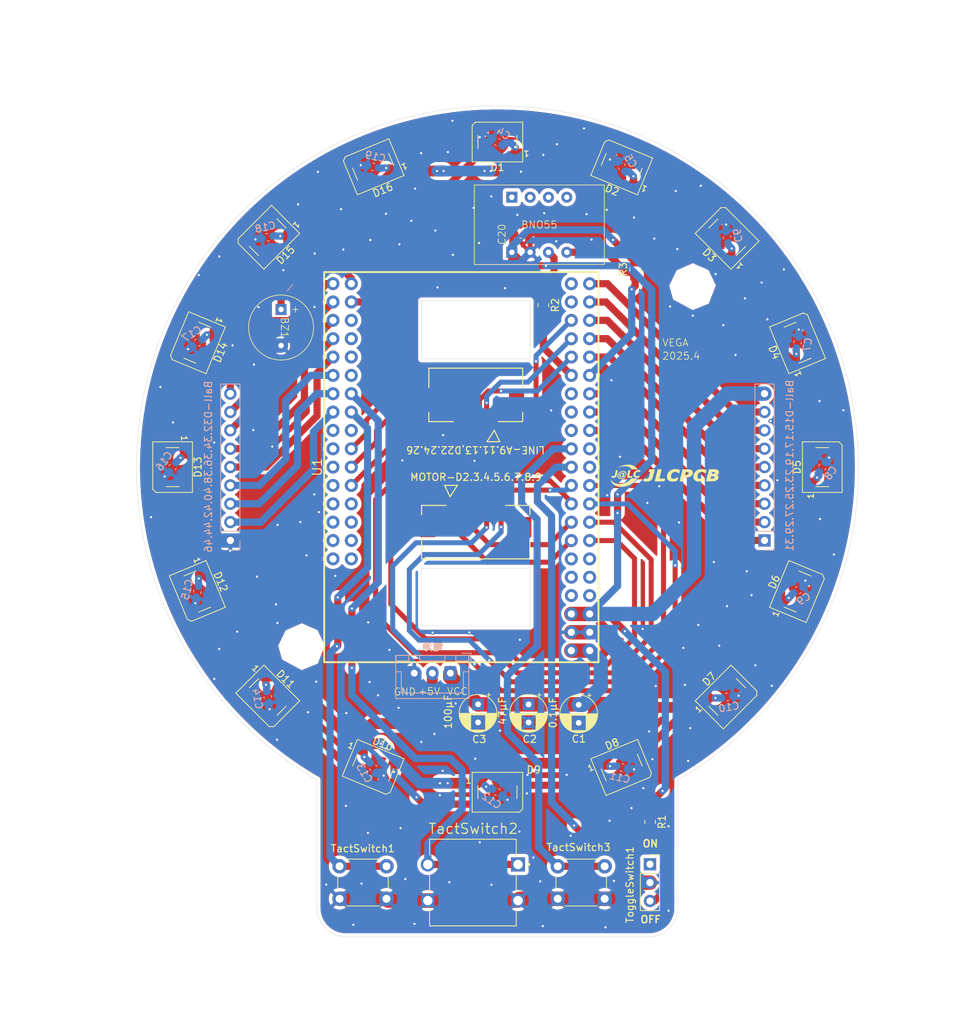
<source format=kicad_pcb>
(kicad_pcb (version 20241229) (generator "pcbnew") (generator_version "9.0")
  (layers (0 "F.Cu" signal) (2 "B.Cu" signal) (13 "F.Paste" user) (15 "B.Paste" user) (5 "F.SilkS" user "F.Silkscreen") (7 "B.SilkS" user "B.Silkscreen") (1 "F.Mask" user) (3 "B.Mask" user) (25 "Edge.Cuts" user))
  (net 0 "")
  (net 1 "GND")
  (net 2 "Net-(D1-DOUT)")
  (net 3 "Net-(D2-DOUT)")
  (net 4 "Net-(D3-DOUT)")
  (net 5 "Net-(D4-DOUT)")
  (net 6 "Net-(D5-DOUT)")
  (net 7 "Net-(D6-DOUT)")
  (net 8 "Net-(D7-DOUT)")
  (net 9 "Net-(D10-DIN)")
  (net 10 "Net-(D10-DOUT)")
  (net 11 "Net-(D11-DOUT)")
  (net 12 "Net-(D12-DOUT)")
  (net 13 "Net-(D13-DOUT)")
  (net 14 "Net-(D14-DOUT)")
  (net 16 "VCC")
  (net 17 "D27")
  (net 18 "D29")
  (net 19 "D15")
  (net 20 "D31")
  (net 21 "D25")
  (net 22 "D19")
  (net 23 "D23")
  (net 24 "D17")
  (net 27 "D8")
  (net 28 "D3")
  (net 29 "D9")
  (net 34 "D7")
  (net 35 "D45")
  (net 39 "D33")
  (net 41 "D6")
  (net 49 "D2")
  (net 50 "D4")
  (net 53 "D5")
  (net 54 "D35")
  (net 59 "D47")
  (net 60 "D38")
  (net 61 "D44")
  (net 62 "D34")
  (net 63 "D32")
  (net 64 "D42")
  (net 65 "D40")
  (net 66 "D46")
  (net 67 "D36")
  (net 68 "D21")
  (net 69 "D20")
  (net 74 "D22")
  (net 75 "D26")
  (net 76 "D24")
  (net 77 "A9")
  (net 78 "A11")
  (net 79 "A13")
  (net 80 "Net-(D8-DOUT)")
  (net 81 "Net-(D15-DOUT)")
  (net 86 "D12")
  (net 87 "D10")
  (net 92 "+5V")
  (footprint "LED_SMD:LED_WS2812B_PLCC4_5.0x5.0mm_P3.2mm" (layer "F.Cu") (at 118.180195 131.819805 -45)
    (property "Reference" "D11")
    (property "Value" "WS2812B")
  )
  (footprint "LED_SMD:LED_WS2812B_PLCC4_5.0x5.0mm_P3.2mm" (layer "F.Cu") (at 181.819805 68.180195 135)
    (property "Reference" "D3")
    (property "Value" "WS2812B")
  )
  (footprint "LED_SMD:LED_WS2812B_PLCC4_5.0x5.0mm_P3.2mm" (layer "F.Cu") (at 167.220754 58.425421 157.5)
    (property "Reference" "D2")
    (property "Value" "WS2812B")
  )
  (footprint "BNO055:BNO055" (layer "F.Cu") (at 159.61 70.26 90)
    (property "Reference" "BNO55")
    (property "Value" "Conn_01x08_Pin")
  )
  (footprint "Resistor_SMD:R_0805_2012Metric_Pad1.20x1.40mm_HandSolder" (layer "F.Cu") (at 169.08 72.62 90)
    (property "Reference" "R3")
    (property "Value" "3.3kΩ")
  )
  (footprint "Resistor_SMD:R_0805_2012Metric_Pad1.20x1.40mm_HandSolder" (layer "F.Cu") (at 171.15 149.1 -90)
    (property "Reference" "R1")
    (property "Value" "1kΩ")
  )
  (footprint "Capacitor_THT:CP_Radial_D5.0mm_P2.50mm" (layer "F.Cu") (at 154.32 132.84 -90)
    (property "Reference" "C2")
    (property "Value" "47μF")
  )
  (footprint "Connector_PinSocket_2.54mm:PinSocket_1x03_P2.54mm_Vertical" (layer "F.Cu") (at 171.13 154.975)
    (property "Reference" "ToggleSwitch1")
    (property "Value" "Conn_01x03_Pin")
  )
  (footprint "LED_SMD:LED_WS2812B_PLCC4_5.0x5.0mm_P3.2mm" (layer "F.Cu") (at 150 55 180)
    (property "Reference" "D1")
    (property "Value" "WS2812B")
  )
  (footprint "LED_SMD:LED_WS2812B_PLCC4_5.0x5.0mm_P3.2mm" (layer "F.Cu") (at 118.180195 68.180195 -135)
    (property "Reference" "D15")
    (property "Value" "WS2812B")
  )
  (footprint "Button_Switch_THT:SW_PUSH_6mm" (layer "F.Cu") (at 128.13 155.25)
    (property "Reference" "TactSwitch1")
    (property "Value" "SW_Push")
  )
  (footprint "LED_SMD:LED_WS2812B_PLCC4_5.0x5.0mm_P3.2mm" (layer "F.Cu") (at 150 145)
    (property "Reference" "D9")
    (property "Value" "WS2812B")
  )
  (footprint "LED_SMD:LED_WS2812B_PLCC4_5.0x5.0mm_P3.2mm" (layer "F.Cu") (at 181.819805 131.819805 45)
    (property "Reference" "D7")
    (property "Value" "WS2812B")
  )
  (footprint "LED_SMD:LED_WS2812B_PLCC4_5.0x5.0mm_P3.2mm" (layer "F.Cu") (at 132.779246 58.425421 -157.5)
    (property "Reference" "D16")
    (property "Value" "WS2812B")
  )
  (footprint "Capacitor_THT:CP_Radial_D5.0mm_P2.50mm" (layer "F.Cu") (at 147.32 132.835113 -90)
    (property "Reference" "C3")
    (property "Value" "0.1μF")
  )
  (footprint "MAIN:ARDUINO_MEGA_2560_PRO" (layer "F.Cu") (at 145 100 90)
    (property "Reference" "U1")
    (property "Value" "Mega 2560 ProMini footprint")
  )
  (footprint "Capacitor_SMD:C_0603_1608Metric_Pad1.08x0.95mm_HandSolder" (layer "F.Cu") (at 153.22 67.79)
    (property "Reference" "C20")
    (property "Value" "0.1μF")
  )
  (footprint "LINESENSOR:CON_522710679_MOL" (layer "F.Cu") (at 147 90 180)
    (property "Reference" "LINE-A9.11.13,D22.24.26" (hide yes))
    (property "Value" "Conn_01x06_Pin")
  )
  (footprint "LED_SMD:LED_WS2812B_PLCC4_5.0x5.0mm_P3.2mm" (layer "F.Cu") (at 108.425421 117.220754 -67.5)
    (property "Reference" "D12")
    (property "Value" "WS2812B")
  )
  (footprint "LED_SMD:LED_WS2812B_PLCC4_5.0x5.0mm_P3.2mm" (layer "F.Cu") (at 108.425421 82.779246 -112.5)
    (property "Reference" "D14")
    (property "Value" "WS2812B")
  )
  (footprint "LED_SMD:LED_WS2812B_PLCC4_5.0x5.0mm_P3.2mm" (layer "F.Cu") (at 167.220754 141.574579 22.5)
    (property "Reference" "D8")
    (property "Value" "WS2812B")
  )
  (footprint "MOTORDRIVE:CON_522710879_MOL" (layer "F.Cu") (at 147 109)
    (property "Reference" "MOTOR-D2.3.4.5.6.7.8.9")
    (property "Value" "Conn_01x08_Pin")
  )
  (footprint "LED_SMD:LED_WS2812B_PLCC4_5.0x5.0mm_P3.2mm" (layer "F.Cu") (at 195 100 90)
    (property "Reference" "D5")
    (property "Value" "WS2812B")
  )
  (footprint "LED_SMD:LED_WS2812B_PLCC4_5.0x5.0mm_P3.2mm" (layer "F.Cu") (at 132.779246 141.574579 -22.5)
    (property "Reference" "D10")
    (property "Value" "WS2812B")
  )
  (footprint "MAIN:SW_TL1100EF160Q" (layer "F.Cu") (at 146.605 157.5 180)
    (property "Reference" "TactSwitch2")
    (property "Value" "SW_Push")
  )
  (footprint "Resistor_SMD:R_0805_2012Metric_Pad1.20x1.40mm_HandSolder" (layer "F.Cu") (at 156.36 77.58 -90)
    (property "Reference" "R2")
    (property "Value" "3.3kΩ")
  )
  (footprint "MountingHole:MountingHole_3.2mm_M3" (layer "F.Cu") (at 177 75)
    (property "Reference" "REF**" (hide yes))
    (property "Value" "MountingHole_3.2mm_M3")
  )
  (footprint "MountingHole:MountingHole_3.2mm_M3" (layer "F.Cu") (at 123 125)
    (property "Reference" "REF**" (hide yes))
    (property "Value" "MountingHole_3.2mm_M3")
  )
  (footprint "LED_SMD:LED_WS2812B_PLCC4_5.0x5.0mm_P3.2mm" (layer "F.Cu") (at 191.574579 82.779246 112.5)
    (property "Reference" "D4")
    (property "Value" "WS2812B")
  )
  (footprint "JLCPCBlogo:JLCPCB" (layer "F.Cu") (at 173.19 101.19)
    (property "Reference" "G***" (hide yes))
    (property "Value" "LOGO" (hide yes))
  )
  (footprint "Button_Switch_THT:SW_PUSH_6mm" (layer "F.Cu") (at 158.355 155.25)
    (property "Reference" "TactSwitch3")
    (property "Value" "SW_Push")
  )
  (footprint "Capacitor_THT:CP_Radial_D5.0mm_P2.50mm" (layer "F.Cu") (at 161.26 132.9 -90)
    (property "Reference" "C1")
    (property "Value" "100μF")
  )
  (footprint "MAIN:Buzzer UDX01CLFPH" (layer "F.Cu") (at 120.025 80.675 -90)
    (property "Reference" "BZ1")
    (property "Value" "Buzzer")
  )
  (footprint "LED_SMD:LED_WS2812B_PLCC4_5.0x5.0mm_P3.2mm" (layer "F.Cu") (at 105 100 -90)
    (property "Reference" "D13")
    (property "Value" "WS2812B")
  )
  (footprint "LED_SMD:LED_WS2812B_PLCC4_5.0x5.0mm_P3.2mm" (layer "F.Cu") (at 191.574579 117.220754 67.5)
    (property "Reference" "D6")
    (property "Value" "WS2812B")
  )
  (footprint "Capacitor_SMD:C_0603_1608Metric_Pad1.08x0.95mm_HandSolder" (layer "B.Cu") (at 118.180195 131.819805 -80)
    (property "Reference" "C14")
    (property "Value" "0.1μF")
  )
  (footprint "Connector_PinSocket_2.54mm:PinSocket_1x09_P2.54mm_Vertical" (layer "B.Cu") (at 113 110.15)
    (property "Reference" "Ball-D32.34.36.38.40.42.44.46")
    (property "Value" "Conn_01x09_Pin")
  )
  (footprint "Capacitor_SMD:C_0603_1608Metric_Pad1.08x0.95mm_HandSolder" (layer "B.Cu") (at 132.779246 141.601646 -57.5)
    (property "Reference" "C13")
    (property "Value" "0.1μF")
  )
  (footprint "Capacitor_SMD:C_0603_1608Metric_Pad1.08x0.95mm_HandSolder" (layer "B.Cu") (at 181.819805 131.819805 10)
    (property "Reference" "C10")
    (property "Value" "0.1μF")
  )
  (footprint "Capacitor_SMD:C_0603_1608Metric_Pad1.08x0.95mm_HandSolder" (layer "B.Cu") (at 150 145 -35)
    (property "Reference" "C12")
    (property "Value" "0.1μF")
  )
  (footprint "Connector_JST:JST_XH_B3B-XH-A_1x03_P2.50mm_Vertical" (layer "B.Cu") (at 143.48 128.52 180)
    (property "Reference" "電源")
    (property "Value" "Conn_01x03_Pin")
  )
  (footprint "Capacitor_SMD:C_0603_1608Metric_Pad1.08x0.95mm_HandSolder" (layer "B.Cu") (at 181.819805 68.180195 100)
    (property "Reference" "C6")
    (property "Value" "0.1μF")
  )
  (footprint "Capacitor_SMD:C_0603_1608Metric_Pad1.08x0.95mm_HandSolder" (layer "B.Cu") (at 108.425421 117.261351 -102.5)
    (property "Reference" "C15")
    (property "Value" "0.1μF")
  )
  (footprint "Capacitor_SMD:C_0603_1608Metric_Pad1.08x0.95mm_HandSolder" (layer "B.Cu") (at 150 55 145)
    (property "Reference" "C4")
    (property "Value" "0.1μF")
  )
  (footprint "Capacitor_SMD:C_0603_1608Metric_Pad1.08x0.95mm_HandSolder" (layer "B.Cu") (at 167.261351 141.574579 -12.5)
    (property "Reference" "C11")
    (property "Value" "0.1μF")
  )
  (footprint "Capacitor_SMD:C_0603_1608Metric_Pad1.08x0.95mm_HandSolder" (layer "B.Cu") (at 191.66 117.03 32.5)
    (property "Reference" "C9")
    (property "Value" "0.1μF")
  )
  (footprint "Capacitor_SMD:C_0603_1608Metric_Pad1.08x0.95mm_HandSolder" (layer "B.Cu") (at 195 100 55)
    (property "Reference" "C8")
    (property "Value" "0.1μF")
  )
  (footprint "Capacitor_SMD:C_0603_1608Metric_Pad1.08x0.95mm_HandSolder" (layer "B.Cu") (at 167.220754 58.398354 122.5)
    (property "Reference" "C5")
    (property "Value" "0.1μF")
  )
  (footprint "Connector_PinSocket_2.54mm:PinSocket_1x09_P2.54mm_Vertical" (layer "B.Cu") (at 187 110.15)
    (property "Reference" "Ball-D15.17.19.23.25.27.29.31")
    (property "Value" "Conn_01x09_Pin")
  )
  (footprint "Capacitor_SMD:C_0603_1608Metric_Pad1.08x0.95mm_HandSolder" (layer "B.Cu") (at 108.425421 82.779246 -147.5)
    (property "Reference" "C17")
    (property "Value" "0.1μF")
  )
  (footprint "Capacitor_SMD:C_0603_1608Metric_Pad1.08x0.95mm_HandSolder" (layer "B.Cu") (at 132.779246 58.425421 167.5)
    (property "Reference" "C19")
    (property "Value" "0.1μF")
  )
  (footprint "Capacitor_SMD:C_0603_1608Metric_Pad1.08x0.95mm_HandSolder" (layer "B.Cu") (at 118.145017 68.180195 -167.5)
    (property "Reference" "C18")
    (property "Value" "0.1μF")
  )
  (footprint "Capacitor_SMD:C_0603_1608Metric_Pad1.08x0.95mm_HandSolder" (layer "B.Cu") (at 191.574579 82.738649 77.5)
    (property "Reference" "C7")
    (property "Value" "0.1μF")
  )
  (footprint "Capacitor_SMD:C_0603_1608Metric_Pad1.08x0.95mm_HandSolder" (layer "B.Cu") (at 105 100 -125)
    (property "Reference" "C16")
    (property "Value" "0.1μF")
  )
  (gr_arc (start 120.89315 75.574252) (mid 121.249444 75.155858) (end 121.611751 74.742661) (stroke (width 0.1)) (layer "B.SilkS"))
  (gr_line (start 139.5 85) (end 154.5 85) (stroke (width 0.05)) (layer "Edge.Cuts"))
  (gr_line (start 128.998012 165.01) (end 171 165.01) (stroke (width 0.05)) (layer "Edge.Cuts"))
  (gr_line (start 154.5 122.01) (end 139.5 122.01) (stroke (width 0.05)) (layer "Edge.Cuts"))
  (gr_line (start 139.5 77) (end 139.5 85) (stroke (width 0.05)) (layer "Edge.Cuts"))
  (gr_arc (start 124.994179 143.306639) (mid 150.003361 49.99244) (end 175 143.31) (stroke (width 0.05)) (layer "Edge.Cuts"))
  (gr_line (start 154.5 114.01) (end 154.5 122.01) (stroke (width 0.05)) (layer "Edge.Cuts"))
  (gr_arc (start 175 161.01) (mid 173.828427 163.838427) (end 171 165.01) (stroke (width 0.05)) (layer "Edge.Cuts"))
  (gr_line (start 154.5 77) (end 139.5 77) (stroke (width 0.05)) (layer "Edge.Cuts"))
  (gr_line (start 154.5 114.01) (end 139.5 114.01) (stroke (width 0.05)) (layer "Edge.Cuts"))
  (gr_line (start 154.5 85) (end 154.5 77) (stroke (width 0.05)) (layer "Edge.Cuts"))
  (gr_line (start 139.5 114.01) (end 139.5 122.01) (stroke (width 0.05)) (layer "Edge.Cuts"))
  (gr_line (start 124.994179 143.306639) (end 124.994179 161.01) (stroke (width 0.05)) (layer "Edge.Cuts"))
  (gr_line (start 175 161.01) (end 175 143.31) (stroke (width 0.05)) (layer "Edge.Cuts"))
  (gr_arc (start 128.998012 165.01) (mid 126.169585 163.838427) (end 124.998012 161.01) (stroke (width 0.05)) (layer "Edge.Cuts"))
  (gr_text "GND" (at 135.58 131.68 0) (layer "F.SilkS") (effects (font (size 1 1) (thickness 0.1)) (justify left bottom)))
  (gr_text "OFF" (at 169.7 163.2 0) (layer "F.SilkS") (effects (font (size 1 1) (thickness 0.2) (bold yes)) (justify left bottom)))
  (gr_text "2025.4" (at 172.78 85.2 0) (layer "F.SilkS") (effects (font (size 1 1) (thickness 0.1)) (justify left bottom)))
  (gr_text "ON" (at 170 152.7 0) (layer "F.SilkS") (effects (font (size 1 1) (thickness 0.2) (bold yes)) (justify left bottom)))
  (gr_text "VCC" (at 142.96 131.63 0) (layer "F.SilkS") (effects (font (size 1 1) (thickness 0.1)) (justify left bottom)))
  (gr_text "+5V" (at 138.95 131.63 0) (layer "F.SilkS") (effects (font (size 1 1) (thickness 0.1)) (justify left bottom)))
  (gr_text "VEGA" (at 172.78 83.36 0) (layer "F.SilkS") (effects (font (size 1 1) (thickness 0.1)) (justify left bottom)))
  (segment (start 172.185311 142.161406) (end 176.566717 137.78) (width 1.5) (layer "F.Cu") (net 1))
  (segment (start 107.838594 124.268594) (end 112.95 129.38) (width 1.5) (layer "F.Cu") (net 1))
  (segment (start 115.281057 68.74588) (end 115.281057 69.758943) (width 1.5) (layer "F.Cu") (net 1))
  (segment (start 101.58 94.95) (end 101.58 100.68) (width 1.5) (layer "F.Cu") (net 1))
  (segment (start 108.14 118.84) (end 108.14 119.814281) (width 1) (layer "F.Cu") (net 1))
  (segment (start 105.963445 79.076555) (end 105.963445 84.411323) (width 1.5) (layer "F.Cu") (net 1))
  (segment (start 138.243445 144.036555) (end 134.411323 144.036555) (width 2) (layer "F.Cu") (net 1))
  (segment (start 103.9 101.9) (end 103.35 102.45) (width 1) (layer "F.Cu") (net 1))
  (segment (start 103.35 102.45) (end 104.08 103.18) (width 1.5) (layer "F.Cu") (net 1))
  (segment (start 151.4 146.05) (end 151.85 146.05) (width 1) (layer "F.Cu") (net 1))
  (segment (start 195.94 98.26) (end 196.65 97.55) (width 1) (layer "F.Cu") (net 1))
  (segment (start 181.685228 66.42) (end 181.685228 65.712165) (width 1) (layer "F.Cu") (net 1))
  (segment (start 128.13 159.75) (end 134.63 159.75) (width 2) (layer "F.Cu") (net 1))
  (segment (start 192.161406 77.814689) (end 187.36 73.013283) (width 1.5) (layer "F.Cu") (net 1))
  (segment (start 150.15 148.95) (end 152.45 146.65) (width 1.5) (layer "F.Cu") (net 1))
  (segment (start 195.94 98.69) (end 195.94 98.26) (width 1) (layer "F.Cu") (net 1))
  (segment (start 184.333063 131.64) (end 184.718943 131.25412) (width 1) (layer "F.Cu") (net 1))
  (segment (start 189.09 126.883063) (end 189.09 125.76) (width 1.5) (layer "F.Cu") (net 1))
  (segment (start 105.963445 90.566555) (end 101.58 94.95) (width 1.5) (layer "F.Cu") (net 1))
  (segment (start 195.551441 82.631441) (end 192.804313 79.884313) (width 1.5) (layer "F.Cu") (net 1))
  (segment (start 139.455 138.035) (end 139.93 138.51) (width 2) (layer "F.Cu") (net 1))
  (segment (start 118.44 133.52) (end 118.44 134.413063) (width 1) (layer "F.Cu") (net 1))
  (segment (start 146.8 54.1) (end 133.622907 54.1) (width 1.5) (layer "F.Cu") (net 1))
  (segment (start 180.76 137.78) (end 184.718943 133.821057) (width 1.5) (layer "F.Cu") (net 1))
  (segment (start 115.546937 68.48) (end 115.281057 68.74588) (width 1) (layer "F.Cu") (net 1))
  (segment (start 195.89 83.546095) (end 195.736807 83.112412) (width 1.5) (layer "F.Cu") (net 1))
  (segment (start 187.36 68.88) (end 183.761057 65.281057) (width 1.5) (layer "F.Cu") (net 1))
  (segment (start 140.355 160) (end 152.855 160) (width 2) (layer "F.Cu") (net 1))
  (segment (start 153.105 159.75) (end 158.355 159.75) (width 2) (layer "F.Cu") (net 1))
  (segment (start 191.74232 80.95232) (end 191.74232 80.303399) (width 1) (layer "F.Cu") (net 1))
  (segment (start 192.65 115.71) (end 193.915232 115.71) (width 1) (layer "F.Cu") (net 1))
  (segment (start 192.804313 79.884313) (end 192.161406 79.884313) (width 1.5) (layer "F.Cu") (net 1))
  (segment (start 139.324768 148.95) (end 150.15 148.95) (width 1.5) (layer "F.Cu") (net 1))
  (segment (start 158.355 159.75) (end 164.855 159.75) (width 2) (layer "F.Cu") (net 1))
  (segment (start 101.58 100.68) (end 103.35 102.45) (width 1.5) (layer "F.Cu") (net 1))
  (segment (start 183.761057 65.281057) (end 181.25412 65.281057) (width 1.5) (layer "F.Cu") (net 1))
  (segment (start 154.53 68.2375) (end 154.53 70.26) (width 0.7) (layer "F.Cu") (net 1))
  (segment (start 134.411323 144.036555) (end 139.324768 148.95) (width 1.5) (layer "F.Cu") (net 1))
  (segment (start 108.14 119.814281) (end 107.838594 120.115687) (width 1) (layer "F.Cu") (net 1))
  (segment (start 107.14 83.66) (end 106.714768 83.66) (width 1) (layer "F.Cu") (net 1))
  (segment (start 116.48 68.48) (end 115.546937 68.48) (width 1) (layer "F.Cu") (net 1))
  (segment (start 195.89 96.79) (end 195.89 83.546095) (width 1.5) (layer "F.Cu") (net 1))
  (segment (start 118.44 134.413063) (end 118.74588 134.718943) (width 1) (layer "F.Cu") (net 1))
  (segment (start 184.718943 131.25412) (end 189.09 126.883063) (width 1.5) (layer "F.Cu") (net 1))
  (segment (start 118.74588 134.718943) (end 128.063492 144.036555) (width 1.5) (layer "F.Cu") (net 1))
  (segment (start 165.627093 146.65) (end 170.115687 142.161406) (width 1.5) (layer "F.Cu") (net 1))
  (segment (start 161.195113 135.335113) (end 161.26 135.4) (width 2) (layer "F.Cu") (net 1))
  (segment (start 191.74232 80.303399) (end 192.161406 79.884313) (width 1) (layer "F.Cu") (net 1))
  (segment (start 196.65 97.55) (end 195.89 96.79) (width 1.5) (layer "F.Cu") (net 1))
  (segment (start 189.09 125.76) (end 194.036555 120.813445) (width 1.5) (layer "F.Cu") (net 1))
  (segment (start 134.88 160) (end 140.355 160) (width 2) (layer "F.Cu") (net 1))
  (segment (start 112.95 129.38) (end 112.95 131.6) (width 1.5) (layer "F.Cu") (net 1))
  (segment (start 187.36 73.013283) (end 187.36 68.88) (width 1.5) (layer "F.Cu") (net 1))
  (segment (start 104.08 116.357093) (end 107.838594 120.115687) (width 1.5) (layer "F.Cu") (net 1))
  (segment (start 195.736807 83.112412) (end 195.551441 82.631441) (width 1.5) (layer "F.Cu") (net 1))
  (segment (start 128.063492 144.036555) (end 134.411323 144.036555) (width 1.5) (layer "F.Cu") (net 1))
  (segment (start 116.068943 134.718943) (end 118.74588 134.718943) (width 1.5) (layer "F.Cu") (net 1))
  (segment (start 131.06 58.2) (end 130.245719 58.2) (width 1) (layer "F.Cu") (net 1))
  (segment (start 181.685228 65.712165) (end 181.25412 65.281057) (width 1) (layer "F.Cu") (net 1))
  (segment (start 194.036555 120.813445) (end 194.036555 115.588677) (width 1.5) (layer "F.Cu") (net 1))
  (segment (start 139.93 138.51) (end 139.93 142.35) (width 2) (layer "F.Cu") (net 1))
  (segment (start 194.036555 110.693445) (end 198.27 106.46) (width 1.5) (layer "F.Cu") (net 1))
  (segment (start 115.281057 69.758943) (end 105.963445 79.076555) (width 1.5) (layer "F.Cu") (net 1))
  (segment (start 134.63 159.75) (end 134.88 160) (width 2) (layer "F.Cu") (net 1))
  (segment (start 139.93 142.35) (end 138.243445 144.036555) (width 2) (layer "F.Cu") (net 1))
  (segment (start 125.622907 62.1) (end 119.39 62.1) (width 1.5) (layer "F.Cu") (net 1))
  (segment (start 147.32 135.335113) (end 147.324887 135.34) (width 2) (layer "F.Cu") (net 1))
  (segment (start 153.7875 67.79) (end 154.0825 67.79) (width 0.7) (layer "F.Cu") (net 1))
  (segment (start 160.24 122.86) (end 162.78 122.86) (width 2) (layer "F.Cu") (net 1))
  (segment (start 160.853445 55.963445) (end 156.7 51.81) (width 1.5) (layer "F.Cu") (net 1))
  (segment (start 115.281057 66.208943) (end 115.281057 68.74588) (width 1.5) (layer "F.Cu") (net 1))
  (segment (start 169.725 157.515) (end 171.13 157.515) (width 2) (layer "F.Cu") (net 1))
  (segment (start 149.09 51.81) (end 147.55 53.35) (width 1.5) (layer "F.Cu") (net 1))
  (segment (start 193.915232 115.71) (end 194.036555 115.588677) (width 1) (layer "F.Cu") (net 1))
  (segment (start 138.48 128.52) (end 138.43 128.52) (width 2) (layer "F.Cu") (net 1))
  (segment (start 130.245719 58.2) (end 129.884313 57.838594) (width 1) (layer "F.Cu") (net 1))
  (segment (start 106.714768 83.66) (end 105.963445 84.411323) (width 1) (layer "F.Cu") (net 1))
  (segment (start 104.08 103.18) (end 104.08 116.357093) (width 1.5) (layer "F.Cu") (net 1))
  (segment (start 198.27 99.17) (end 196.65 97.55) (width 1.5) (layer "F.Cu") (net 1))
  (segment (start 152.45 146.65) (end 165.627093 146.65) (width 1.5) (layer "F.Cu") (net 1))
  (segment (start 147.32 135.335113) (end 161.195113 135.335113) (width 2) (layer "F.Cu") (net 1))
  (segment (start 169.794281 141.84) (end 170.115687 142.161406) (width 1) (layer "F.Cu") (net 1))
  (segment (start 180.131057 65.281057) (end 170.813445 55.963445) (width 1.5) (layer "F.Cu") (net 1))
  (segment (start 192.161406 79.884313) (end 192.161406 77.814689) (width 1.5) (layer "F.Cu") (net 1))
  (segment (start 138.43 128.52) (end 136.3 130.65) (width 2) (layer "F.Cu") (net 1))
  (segment (start 154.0825 67.79) (end 154.53 68.2375) (width 0.7) (layer "F.Cu") (net 1))
  (segment (start 194.036555 115.588677) (end 194.036555 110.693445) (width 1.5) (layer "F.Cu") (net 1))
  (segment (start 134.24 142.7) (end 134.411323 142.871323) (width 1) (layer "F.Cu") (net 1))
  (segment (start 165.588677 55.963445) (end 160.853445 55.963445) (width 1.5) (layer "F.Cu") (net 1))
  (segment (start 119.39 62.1) (end 115.281057 66.208943) (width 1.5) (layer "F.Cu") (net 1))
  (segment (start 183.4 131.64) (end 184.333063 131.64) (width 1) (layer "F.Cu") (net 1))
  (segment (start 170.813445 55.963445) (end 165.588677 55.963445) (width 1.5) (layer "F.Cu") (net 1))
  (segment (start 147.55 53.35) (end 146.8 54.1) (width 1.5) (layer "F.Cu") (net 1))
  (segment (start 136.3 130.65) (end 136.3 133.32) (width 2) (layer "F.Cu") (net 1))
  (segment (start 167.49 159.75) (end 169.725 157.515) (width 2) (layer "F.Cu") (net 1))
  (segment (start 198.27 106.46) (end 198.27 99.17) (width 1.5) (layer "F.Cu") (net 1))
  (segment (start 164.855 159.75) (end 167.49 159.75) (width 2) (layer "F.Cu") (net 1))
  (segment (start 176.566717 137.78) (end 180.76 137.78) (width 1.5) (layer "F.Cu") (net 1))
  (segment (start 165.588677 55.963445) (end 165.588677 57.421323) (width 1) (layer "F.Cu") (net 1))
  (segment (start 107.838594 120.115687) (end 107.838594 124.268594) (width 1.5) (layer "F.Cu") (net 1))
  (segment (start 112.95 131.6) (end 116.068943 134.718943) (width 1.5) (layer "F.Cu") (net 1))
  (segment (start 133.622907 54.1) (end 129.884313 57.838594) (width 1.5) (layer "F.Cu") (net 1))
  (segment (start 181.25412 65.281057) (end 180.131057 65.281057) (width 1.5) (layer "F.Cu") (net 1))
  (segment (start 168.93 141.84) (end 169.794281 141.84) (width 1) (layer "F.Cu") (net 1))
  (segment (start 152.855 160) (end 153.105 159.75) (width 2) (layer "F.Cu") (net 1))
  (segment (start 129.884313 57.838594) (end 125.622907 62.1) (width 1.5) (layer "F.Cu") (net 1))
  (segment (start 156.7 51.81) (end 149.09 51.81) (width 1.5) (layer "F.Cu") (net 1))
  (segment (start 147.55 53.35) (end 147.55 54.33) (width 1) (layer "F.Cu") (net 1))
  (segment (start 151.85 146.05) (end 152.45 146.65) (width 1) (layer "F.Cu") (net 1))
  (segment (start 184.718943 133.821057) (end 184.718943 131.25412) (width 1.5) (layer "F.Cu") (net 1))
  (segment (start 170.115687 142.161406) (end 172.185311 142.161406) (width 1.5) (layer "F.Cu") (net 1))
  (segment (start 105.963445 84.411323) (end 105.963445 90.566555) (width 1.5) (layer "F.Cu") (net 1))
  (segment (start 103.9 101.29) (end 103.9 101.9) (width 1) (layer "F.Cu") (net 1))
  (segment (start 134.411323 142.871323) (end 134.411323 144.036555) (width 1) (layer "F.Cu") (net 1))
  (via (at 166.99 98.57) (size 0.6) (drill 0.3) (layers "F.Cu" "B.Cu") (net 1))
  (via (at 171.74 68.36) (size 0.6) (drill 0.3) (layers "F.Cu" "B.Cu") (net 1))
  (via (at 110.78 129.31) (size 0.6) (drill 0.3) (layers "F.Cu" "B.Cu") (net 1))
  (via (at 118.81 97.15) (size 0.6) (drill 0.3) (layers "F.Cu" "B.Cu") (net 1))
  (via (at 154.08 145.17) (size 0.6) (drill 0.3) (layers "F.Cu" "B.Cu") (net 1))
  (via (at 158.14 68.74) (size 0.6) (drill 0.3) (layers "F.Cu" "B.Cu") (net 1))
  (via (at 181.29 80.35) (size 0.6) (drill 0.3) (layers "F.Cu" "B.Cu") (net 1))
  (via (at 168.93 141.84) (size 0.6) (drill 0.3) (layers "F.Cu" "B.Cu") (net 1))
  (via (at 178.18 61.06) (size 0.6) (drill 0.3) (layers "F.Cu" "B.Cu") (net 1))
  (via (at 181.8 119.24) (size 0.6) (drill 0.3) (layers "F.Cu" "B.Cu") (net 1))
  (via (at 171.93 130.3) (size 0.6) (drill 0.3) (layers "F.Cu" "B.Cu") (net 1))
  (via (at 143.34 157.46) (size 0.6) (drill 0.3) (layers "F.Cu" "B.Cu") (net 1))
  (via (at 191.74232 80.95232) (size 0.6) (drill 0.3) (layers "F.Cu" "B.Cu") (net 1))
  (via (at 156.28 163.53) (size 0.6) (drill 0.3) (layers "F.Cu" "B.Cu") (net 1))
  (via (at 179.98 113.14) (size 0.6) (drill 0.3) (layers "F.Cu" "B.Cu") (net 1))
  (via (at 185.2 117.72) (size 0.6) (drill 0.3) (layers "F.Cu" "B.Cu") (net 1))
  (via (at 149.15 62.53) (size 0.6) (drill 0.3) (layers "F.Cu" "B.Cu") (net 1))
  (via (at 141.4 67.25) (size 0.6) (drill 0.3) (layers "F.Cu" "B.Cu") (net 1))
  (via (at 170.77 104.96) (size 0.6) (drill 0.3) (layers "F.Cu" "B.Cu") (net 1))
  (via (at 181.685228 66.42) (size 0.6) (drill 0.3) (layers "F.Cu" "B.Cu") (net 1))
  (via (at 151.4 146.05) (size 0.6) (drill 0.3) (layers "F.Cu" "B.Cu") (net 1))
  (via (at 170.21 144.44) (size 0.6) (drill 0.3) (layers "F.Cu" "B.Cu") (net 1))
  (via (at 120.35 72.74) (size 0.6) (drill 0.3) (layers "F.Cu" "B.Cu") (net 1))
  (via (at 131.06 58.2) (size 0.6) (drill 0.3) (layers "F.Cu" "B.Cu") (net 1))
  (via (at 132.39 68.56) (size 0.6) (drill 0.3) (layers "F.Cu" "B.Cu") (net 1))
  (via (at 132.28 129.74) (size 0.6) (drill 0.3) (layers "F.Cu" "B.Cu") (net 1))
  (via (at 129.01 146.89) (size 0.6) (drill 0.3) (layers "F.Cu" "B.Cu") (net 1))
  (via (at 174.92 69.81) (size 0.6) (drill 0.3) (layers "F.Cu" "B.Cu") (net 1))
  (via (at 116.9 77.85) (size 0.6) (drill 0.3) (layers "F.Cu" "B.Cu") (net 1))
  (via (at 119.47 137.74) (size 0.6) (drill 0.3) (layers "F.Cu" "B.Cu") (net 1))
  (via (at 187.84 93.63) (size 0.6) (drill 0.3) (layers "F.Cu" "B.Cu") (net 1))
  (via (at 159.59 142.59) (size 0.6) (drill 0.3) (layers "F.Cu" "B.Cu") (net 1))
  (via (at 134.56 64.93) (size 0.6) (drill 0.3) (layers "F.Cu" "B.Cu") (net 1))
  (via (at 189.68 72.64) (size 0.6) (drill 0.3) (layers "F.Cu" "B.Cu") (net 1))
  (via (at 164.97 163.7) (size 0.6) (drill 0.3) (layers "F.Cu" "B.Cu") (net 1))
  (via (at 110.77 96.59) (size 0.6) (drill 0.3) (layers "F.Cu" "B.Cu") (net 1))
  (via (at 141.7 75.125) (size 0.6) (drill 0.3) (layers "F.Cu" "B.Cu") (net 1))
  (via (at 142.02 145.43) (size 0.6) (drill 0.3) (layers "F.Cu" "B.Cu") (net 1))
  (via (at 177.83 121.84) (size 0.6) (drill 0.3) (layers "F.Cu" "B.Cu") (net 1))
  (via (at 111.48 70.84) (size 0.6) (drill 0.3) (layers "F.Cu" "B.Cu") (net 1))
  (via (at 162.35 64.98) (size 0.6) (drill 0.3) (layers "F.Cu" "B.Cu") (net 1))
  (via (at 116.69 115.16) (size 0.6) (drill 0.3) (layers "F.Cu" "B.Cu") (net 1))
  (via (at 176.71 136.13) (size 0.6) (drill 0.3) (layers "F.Cu" "B.Cu") (net 1))
  (via (at 137.24 157.03) (size 0.6) (drill 0.3) (layers "F.Cu" "B.Cu") (net 1))
  (via (at 165.54 148.95) (size 0.6) (drill 0.3) (layers "F.Cu" "B.Cu") (net 1))
  (via (at 136.825 99.075) (size 0.6) (drill 0.3) (layers "F.Cu" "B.Cu") (net 1))
  (via (at 187.4 79.54) (size 0.6) (drill 0.3) (layers "F.Cu" "B.Cu") (net 1))
  (via (at 142.41 142.04) (size 0.6) (drill 0.3) (layers "F.Cu" "B.Cu") (net 1))
  (via (at 139.455 138.035) (size 1) (drill 0.3) (layers "F.Cu" "B.Cu") (net 1))
  (via (at 119.55 108) (size 0.6) (drill 0.3) (layers "F.Cu" "B.Cu") (net 1))
  (via (at 194.68 107.18) (size 0.6) (drill 0.3) (layers "F.Cu" "B.Cu") (net 1))
  (via (at 165.588677 57.421323) (size 0.6) (drill 0.3) (layers "F.Cu" "B.Cu") (net 1))
  (via (at 108.14 118.84) (size 0.6) (drill 0.3) (layers "F.Cu" "B.Cu") (net 1))
  (via (at 138.51 163.22) (size 0.6) (drill 0.3) (layers "F.Cu" "B.Cu") (net 1))
  (via (at 165.8 87.97) (size 0.6) (drill 0.3) (layers "F.Cu" "B.Cu") (net 1))
  (via (at 124.69 70.43) (size 0.6) (drill 0.3) (layers "F.Cu" "B.Cu") (net 1))
  (via (at 155.93 157.34) (size 0.6) (drill 0.3) (layers "F.Cu" "B.Cu") (net 1))
  (via (at 132.06 150.63) (size 0.6) (drill 0.3) (layers "F.Cu" "B.Cu") (net 1))
  (via (at 124.89 129.7) (size 0.6) (drill 0.3) (layers "F.Cu" "B.Cu") (net 1))
  (via (at 174.71 61.78) (size 0.6) (drill 0.3) (layers "F.Cu" "B.Cu") (net 1))
  (via (at 157.45 92.15) (size 0.6) (drill 0.3) (layers "F.Cu" "B.Cu") (net 1))
  (via (at 130.04 163.35) (size 0.6) (drill 0.3) (layers "F.Cu" "B.Cu") (net 1))
  (via (at 131.18 157.65) (size 0.6) (drill 0.3) (layers "F.Cu" "B.Cu") (net 1))
  (via (at 152.76 65.09) (size 0.6) (drill 0.3) (layers "F.Cu" "B.Cu") (net 1))
  (via (at 165.2 103.89) (size 0.6) (drill 0.3) (layers "F.Cu" "B.Cu") (net 1))
  (via (at 143.14 56.39) (size 0.6) (drill 0.3) (layers "F.Cu" "B.Cu") (net 1))
  (via (at 168.57 147.2) (size 0.6) (drill 0.3) (layers "F.Cu" "B.Cu") (net 1))
  (via (at 146.71 64.11) (size 0.6) (drill 0.3) (layers "F.Cu" "B.Cu") (net 1))
  (via (at 146.1 122.88) (size 0.6) (drill 0.3) (layers "F.Cu" "B.Cu") (net 1))
  (via (at 139.43 56.54) (size 0.6) (drill 0.3) (layers "F.Cu" "B.Cu") (net 1))
  (via (at 195.94 98.69) (size 0.6) (drill 0.3) (layers "F.Cu" "B.Cu") (net 1))
  (via (at 136.3 133.32) (size 1) (drill 0.3) (layers "F.Cu" "B.Cu") (net 1))
  (via (at 172.42 102.65) (size 0.6) (drill 0.3) (layers "F.Cu" "B.Cu") (net 1))
  (via (at 154.17 142.6) (size 0.6) (drill 0.3) (layers "F.Cu" "B.Cu") (net 1))
  (via (at 144.21 132.72) (size 0.6) (drill 0.3) (layers "F.Cu" "B.Cu") (net 1))
  (via (at 138.07 65.9) (size 0.6) (drill 0.3) (layers "F.Cu" "B.Cu") (net 1))
  (via (at 124.65 77.825) (size 0.6) (drill 0.3) (layers "F.Cu" "B.Cu") (net 1))
  (via (at 165.13 64.38) (size 0.6) (drill 0.3) (layers "F.Cu" "B.Cu") (net 1))
  (via (at 113.95 122.77) (size 0.6) (drill 0.3) (layers "F.Cu" "B.Cu") (net 1))
  (via (at 176.42 140.66) (size 0.6) (drill 0.3) (layers "F.Cu" "B.Cu") (net 1))
  (via (at 141.27 136.93) (size 0.6) (drill 0.3) (layers "F.Cu" "B.Cu") (net 1))
  (via (at 197.93 92.13) (size 0.6) (drill 0.3) (layers "F.Cu" "B.Cu") (net 1))
  (via (at 175.15 107.66) (size 0.6) (drill 0.3) (layers "F.Cu" "B.Cu") (net 1))
  (via (at 173.7 149.7) (size 0.6) (drill 0.3) (layers "F.Cu" "B.Cu") (net 1))
  (via (at 128.65 69.89) (size 0.6) (drill 0.3) (layers "F.Cu" "B.Cu") (net 1))
  (via (at 173.7 161.4) (size 0.6) (drill 0.3) (layers "F.Cu" "B.Cu") (net 1))
  (via (at 116.18 94.87) (size 0.6) (drill 0.3) (layers "F.Cu" "B.Cu") (net 1))
  (via (at 171.02 136.59) (size 0.6) (drill 0.3) (layers "F.Cu" "B.Cu") (net 1))
  (via (at 170.11 122.4) (size 0.6) (drill 0.3) (layers "F.Cu" "B.Cu") (net 1))
  (via (at 177.07 79.04) (size 0.6) (drill 0.3) (layers "F.Cu" "B.Cu") (net 1))
  (via (at 186.6 74.45) (size 0.6) (drill 0.3) (layers "F.Cu" "B.Cu") (net 1))
  (via (at 153.26 59.11) (size 0.6) (drill 0.3) (layers "F.Cu" "B.Cu") (net 1))
  (via (at 161.99 53.12) (size 0.6) (drill 0.3) (layers "F.Cu" "B.Cu") (net 1))
  (via (at 128.33 64.29) (size 0.6) (drill 0.3) (layers "F.Cu" "B.Cu") (net 1))
  (via (at 194.62 90.85) (size 0.6) (drill 0.3) (layers "F.Cu" "B.Cu") (net 1))
  (via (at 143.77 52.06) (size 0.6) (drill 0.3) (layers "F.Cu" "B.Cu") (net 1))
  (via (at 122.69 107.61) (size 0.6) (drill 0.3) (layers "F.Cu" "B.Cu") (net 1))
  (via (at 136.58 149.97) (size 0.6) (drill 0.3) (layers "F.Cu" "B.Cu") (net 1))
  (via (at 188.01 130.26) (size 0.6) (drill 0.3) (layers "F.Cu" "B.Cu") (net 1))
  (via (at 134.24 142.7) (size 0.6) (drill 0.3) (layers "F.Cu" "B.Cu") (net 1))
  (via (at 175.75 125.02) (size 0.6) (drill 0.3) (layers "F.Cu" "B.Cu") (net 1))
  (via (at 180.73 124.72) (size 0.6) (drill 0.3) (layers "F.Cu" "B.Cu") (net 1))
  (via (at 136.42 69.16) (size 0.6) (drill 0.3) (layers "F.Cu" "B.Cu") (net 1))
  (via (at 192.65 115.71) (size 0.6) (drill 0.3) (layers "F.Cu" "B.Cu") (net 1))
  (via (at 149.17 157.82) (size 0.6) (drill 0.3) (layers "F.Cu" "B.Cu") (net 1))
  (via (at 123.75 133.93) (size 0.6) (drill 0.3) (layers "F.Cu" "B.Cu") (net 1))
  (via (at 156.48 64.85) (size 0.6) (drill 0.3) (layers "F.Cu" "B.Cu") (net 1))
  (via (at 135.04 125.3) (size 0.6) (drill 0.3) (layers "F.Cu" "B.Cu") (net 1))
  (via (at 138.6 61.45) (size 0.6) (drill 0.3) (layers "F.Cu" "B.Cu") (net 1))
  (via (at 182.98 84.48) (size 0.6) (drill 0.3) (layers "F.Cu" "B.Cu") (net 1))
  (via (at 126.29 157.78) (size 0.6) (drill 0.3) (layers "F.Cu" "B.Cu") (net 1))
  (via (at 142.475 95.575) (size 0.6) (drill 0.3) (layers "F.Cu" "B.Cu") (net 1))
  (via (at 163.03 68.51) (size 0.6) (drill 0.3) (layers "F.Cu" "B.Cu") (net 1))
  (via (at 173.92 77.77) (size 0.6) (drill 0.3) (layers "F.Cu" "B.Cu") (net 1))
  (via (at 113.31 83.15) (size 0.6) (drill 0.3) (layers "F.Cu" "B.Cu") (net 1))
  (via (at 119.33 118.99) (size 0.6) (drill 0.3) (layers "F.Cu" "B.Cu") (net 1))
  (via (at 125.26 106.23) (size 0.6) (drill 0.3) (layers "F.Cu" "B.Cu") (net 1))
  (via (at 141.02 122.91) (size 0.6) (drill 0.3) (layers "F.Cu" "B.Cu") (net 1))
  (via (at 105.06 93.82) (size 0.6) (drill 0.3) (layers "F.Cu" "B.Cu") (net 1))
  (via (at 188.78 101.83) (size 0.6) (drill 0.3) (layers "F.Cu" "B.Cu") (net 1))
  (via (at 146.825 99.125) (size 0.6) (drill 0.3) (layers "F.Cu" "B.Cu") (net 1))
  (via (at 147.45 68.98) (size 0.6) (drill 0.3) (layers "F.Cu" "B.Cu") (net 1))
  (via (at 185.73 127.43) (size 0.6) (drill 0.3) (layers "F.Cu" "B.Cu") (net 1))
  (via (at 184.29 76.64) (size 0.6) (drill 0.3) (layers "F.Cu" "B.Cu") (net 1))
  (via (at 102.02 106.93) (size 0.6) (drill 0.3) (layers "F.Cu" "B.Cu") (net 1))
  (via (at 103.31 88.92) (size 0.6) (drill 0.3) (layers "F.Cu" "B.Cu") (net 1))
  (via (at 108.62 73.41) (size 0.6) (drill 0.3) (layers "F.Cu" "B.Cu") (net 1))
  (via (at 171.46 140.43) (size 0.6) (drill 0.3) (layers "F.Cu" "B.Cu") (net 1))
  (via (at 154.98 154.04) (size 0.6) (drill 0.3) (layers "F.Cu" "B.Cu") (net 1))
  (via (at 143.83 70.61) (size 0.6) (drill 0.3) (layers "F.Cu" "B.Cu") (net 1))
  (via (at 166.14 157.27) (size 0.6) (drill 0.3) (layers "F.Cu" "B.Cu") (net 1))
  (via (at 156.36 56.78) (size 0.6) (drill 0.3) (layers "F.Cu" "B.Cu") (net 1))
  (via (at 122.39 63.63) (size 0.6) (drill 0.3) (layers "F.Cu" "B.Cu") (net 1))
  (via (at 129.07 134.04) (size 0.6) (drill 0.3) (layers "F.Cu" "B.Cu") (net 1))
  (via (at 158.25 55.3) (size 0.6) (drill 0.3) (layers "F.Cu" "B.Cu") (net 1))
  (via (at 168.92 65.45) (size 0.6) (drill 0.3) (layers "F.Cu" "B.Cu") (net 1))
  (via (at 175.97 130.14) (size 0.6) (drill 0.3) (layers "F.Cu" "B.Cu") (net 1))
  (via (at 150.35 136.47) (size 0.6) (drill 0.3) (layers "F.Cu" "B.Cu") (net 1))
  (via (at 123.55 112.22) (size 0.6) (drill 0.3) (layers "F.Cu" "B.Cu") (net 1))
  (via (at 147.55 151.94) (size 0.6) (drill 0.3) (layers "F.Cu" "B.Cu") (net 1))
  (via (at 146.93 140.36) (size 0.6) (drill 0.3) (layers "F.Cu" "B.Cu") (net 1))
  (via (at 133.46 131.58) (size 0.6) (drill 0.3) (layers "F.Cu" "B.Cu") (net 1))
  (via (at 132.1 121.49) (size 0.6) (drill 0.3) (layers "F.Cu" "B.Cu") (net 1))
  (via (at 111.45 125.16) (size 0.6) (drill 0.3) (layers "F.Cu" "B.Cu") (net 1))
  (via (at 119.52 121.59) (size 0.6) (drill 0.3) (layers "F.Cu" "B.Cu") (net 1))
  (via (at 125.12 59.13) (size 0.6) (drill 0.3) (layers "F.Cu" "B.Cu") (net 1))
  (via (at 180.22 73.28) (size 0.6) (drill 0.3) (layers "F.Cu" "B.Cu") (net 1))
  (via (at 107.14 83.66) (size 0.6) (drill 0.3) (layers "F.Cu" "B.Cu") (net 1))
  (via (at 153.05 150.45) (size 0.6) (drill 0.3) (layers "F.Cu" "B.Cu") (net 1))
  (via (at 116.48 68.48) (size 0.6) (drill 0.3) (layers "F.Cu" "B.Cu") (net 1))
  (via (at 127.54 115.05) (size 0.6) (drill 0.3) (layers "F.Cu" "B.Cu") (net 1))
  (via (at 160.14 151.02) (size 0.6) (drill 0.3) (layers "F.Cu" "B.Cu") (net 1))
  (via (at 183.4 131.64) (size 0.6) (drill 0.3) (layers "F.Cu" "B.Cu") (net 1))
  (via (at 196.61 112.1) (size 0.6) (drill 0.3) (layers "F.Cu" "B.Cu") (net 1))
  (via (at 112.97 111.57) (size 0.6) (drill 0.3) (layers "F.Cu" "B.Cu") (net 1))
  (via (at 147.55 54.33) (size 0.6) (drill 0.3) (layers "F.Cu" "B.Cu") (net 1))
  (via (at 124.63 103.77) (size 0.6) (drill 0.3) (layers "F.Cu" "B.Cu") (net 1))
  (via (at 184.54 114.42) (size 0.6) (drill 0.3) (layers "F.Cu" "B.Cu") (net 1))
  (via (at 118.44 133.52) (size 0.6) (drill 0.3) (layers "F.Cu" "B.Cu") (net 1))
  (via (at 116.275 85.8) (size 0.6) (drill 0.3) (layers "F.Cu" "B.Cu") (net 1))
  (via (at 153.11 123.9) (size 0.6) (drill 0.3) (layers "F.Cu" "B.Cu") (net 1))
  (via (at 103.9 101.29) (size 0.6) (drill 0.3) (layers "F.Cu" "B.Cu") (net 1))
  (via (at 151.05 75.225) (size 0.6) (drill 0.3) (layers "F.Cu" "B.Cu") (net 1))
  (segment (start 165.588677 57.421323) (end 165.91208 57.744726) (width 1) (layer "B.Cu") (net 1))
  (segment (start 118.314772 133.394772) (end 118.44 133.52) (width 1) (layer "B.Cu") (net 1))
  (segment (start 162.78 122.86) (end 164.1 122.86) (width 2) (layer "B.Cu") (net 1))
  (segment (start 108.25768 118.72232) (end 108.14 118.84) (width 1) (layer "B.Cu") (net 1))
  (segment (start 142.570113 135.335113) (end 147.32 135.335113) (width 2) (layer "B.Cu") (net 1))
  (segment (start 135.36 128.52) (end 138.48 128.52) (width 2) (layer "B.Cu") (net 1))
  (segment (start 122.1 77.26) (end 127.53 71.83) (width 1) (layer "B.Cu") (net 1))
  (segment (start 109.28 108.35) (end 111.09 110.16) (width 2) (layer "B.Cu") (net 1))
  (segment (start 117 110.16) (end 135.36 128.52) (width 2) (layer "B.Cu") (net 1))
  (segment (start 107.307446 83.66) (end 107.771793 83.195653) (width 1) (layer "B.Cu") (net 1))
  (segment (start 161.26 147.26) (end 167.72 153.72) (width 1.5) (layer "B.Cu") (net 1))
  (segment (start 152.96 71.83) (end 154.53 70.26) (width 1) (layer "B.Cu") (net 1))
  (segment (start 181.685228 66.42) (end 181.685228 67.416969) (width 1) (layer "B.Cu") (net 1))
  (segment (start 168.83232 141.74232) (end 168.93 141.84) (width 1) (layer "B.Cu") (net 1))
  (segment (start 191.74232 80.95232) (end 191.74232 81.982019) (width 1) (layer "B.Cu") (net 1))
  (segment (start 136.3 133.32) (end 136.3 134.88) (width 2) (layer "B.Cu") (net 1))
  (segment (start 167.79 132.8) (end 165.19 135.4) (width 2) (layer "B.Cu") (net 1))
  (segment (start 195.94 98.869679) (end 195.444522 99.365157) (width 1) (layer "B.Cu") (net 1))
  (segment (start 183.4 131.64) (end 183.354772 131.685228) (width 1) (layer "B.Cu") (net 1))
  (segment (start 167.72 153.72) (end 167.72 155.22) (width 1.5) (layer "B.Cu") (net 1))
  (segment (start 103.9 101.29) (end 103.900321 101.29) (width 1) (layer "B.Cu") (net 1))
  (segment (start 148.92 55.03) (end 148.92 55.000635) (width 1) (layer "B.Cu") (net 1))
  (segment (start 150.634843 145.444522) (end 151.240321 146.05) (width 1) (layer "B.Cu") (net 1))
  (segment (start 122.1 81.1) (end 122.1 77.26) (width 1) (layer "B.Cu") (net 1))
  (segment (start 192.313628 116.046372) (end 192.65 115.71) (width 1) (layer "B.Cu") (net 1))
  (segment (start 118.314772 132.583031) (end 118.314772 133.394772) (width 1) (layer "B.Cu") (net 1))
  (segment (start 117.388388 68.347936) (end 116.612064 68.347936) (width 1) (layer "B.Cu") (net 1))
  (segment (start 161.26 135.4) (end 161.26 147.26) (width 1.5) (layer "B.Cu") (net 1))
  (segment (start 170.015 157.515) (end 171.13 157.515) (width 1.5) (layer "B.Cu") (net 1))
  (segment (start 120.025 83.175) (end 122.1 81.1) (width 1) (layer "B.Cu") (net 1))
  (segment (start 183.354772 131.685228) (end 182.583031 131.685228) (width 1) (layer "B.Cu") (net 1))
  (segment (start 131.11768 58.25768) (end 132.022616 58.25768) (width 1) (layer "B.Cu") (net 1))
  (segment (start 108.25768 118.017981) (end 108.25768 118.72232) (width 1) (layer "B.Cu") (net 1))
  (segment (start 127.53 71.83) (end 152.96 71.83) (width 1) (layer "B.Cu") (net 1))
  (segment (start 133.195653 142.255274) (end 133.795274 142.255274) (width 1) (layer "B.Cu") (net 1))
  (segment (start 136.3 134.88) (end 139.455 138.035) (width 2) (layer "B.Cu") (net 1))
  (segment (start 148.25 55.03) (end 148.92 55.03) (width 1) (layer "B.Cu") (net 1))
  (segment (start 133.795274 142.255274) (end 134.24 142.7) (width 1) (layer "B.Cu") (net 1))
  (segment (start 151.240321 146.05) (end 151.4 146.05) (width 1) (layer "B.Cu") (net 1))
  (segment (start 116.612064 68.347936) (end 116.48 68.48) (width 1) (layer "B.Cu") (net 1))
  (segment (start 168.017981 141.74232) (end 168.83232 141.74232) (width 1) (layer "B.Cu") (net 1))
  (segment (start 131.06 58.2) (end 131.11768 58.25768) (width 1) (layer "B.Cu") (net 1))
  (segment (start 167.79 126.55) (end 167.79 132.8) (width 2) (layer "B.Cu") (net 1))
  (segment (start 147.55 54.33) (end 148.25 55.03) (width 1) (layer "B.Cu") (net 1))
  (segment (start 165.91208 57.744726) (end 166.804347 57.744726) (width 1) (layer "B.Cu") (net 1))
  (segment (start 138.48 131.245) (end 142.570113 135.335113) (width 2) (layer "B.Cu") (net 1))
  (segment (start 111.09 110.16) (end 117 110.16) (width 2) (layer "B.Cu") (net 1))
  (segment (start 103.900321 101.29) (end 104.555478 100.634843) (width 1) (layer "B.Cu") (net 1))
  (segment (start 109.28 89.08) (end 109.28 108.35) (width 2) (layer "B.Cu") (net 1))
  (segment (start 148.92 55.000635) (end 149.365157 54.555478) (width 1) (layer "B.Cu") (net 1))
  (segment (start 120.025 83.175) (end 115.185 83.175) (width 2) (layer "B.Cu") (net 1))
  (segment (start 167.72 155.22) (end 170.015 157.515) (width 1.5) (layer "B.Cu") (net 1))
  (segment (start 115.185 83.175) (end 109.28 89.08) (width 2) (layer "B.Cu") (net 1))
  (segment (start 138.48 128.52) (end 138.48 131.245) (width 2) (layer "B.Cu") (net 1))
  (segment (start 195.94 98.69) (end 195.94 98.869679) (width 1) (layer "B.Cu") (net 1))
  (segment (start 164.1 122.86) (end 167.79 126.55) (width 2) (layer "B.Cu") (net 1))
  (segment (start 107.14 83.66) (end 107.307446 83.66) (width 1) (layer "B.Cu") (net 1))
  (segment (start 165.19 135.4) (end 161.26 135.4) (width 2) (layer "B.Cu") (net 1))
  (segment (start 192.313628 116.613593) (end 192.313628 116.046372) (width 1) (layer "B.Cu") (net 1))
  (segment (start 152.45 53.35) (end 154.72 53.35) (width 1) (layer "F.Cu") (net 2))
  (segment (start 163.253573 57.94) (end 164.325821 59.012248) (width 1) (layer "F.Cu") (net 2))
  (segment (start 159.31 57.94) (end 163.253573 57.94) (width 1) (layer "F.Cu") (net 2))
  (segment (start 154.72 53.35) (end 159.31 57.94) (width 1) (layer "F.Cu") (net 2))
  (segment (start 170.115687 57.838594) (end 170.115687 58.80953) (width 1) (layer "F.Cu") (net 3))
  (segment (start 170.115687 58.80953) (end 178.920667 67.61451) (width 1) (layer "F.Cu") (net 3))
  (segment (start 189.112603 79.082603) (end 189.112603 81.147169) (width 1) (layer "F.Cu") (net 4))
  (segment (start 184.718943 68.74588) (end 184.718943 74.688943) (width 1) (layer "F.Cu") (net 4))
  (segment (start 184.718943 74.688943) (end 189.112603 79.082603) (width 1) (layer "F.Cu") (net 4))
  (segment (start 194.036555 84.411323) (end 193.35 85.097878) (width 1) (layer "F.Cu") (net 5))
  (segment (start 193.35 85.097878) (end 193.35 97.55) (width 1) (layer "F.Cu") (net 5))
  (segment (start 191.61 113.703573) (end 190.987752 114.325821) (width 1) (layer "F.Cu") (net 6))
  (segment (start 191.61 107.49) (end 191.61 113.703573) (width 1) (layer "F.Cu") (net 6))
  (segment (start 196.65 102.45) (end 191.61 107.49) (width 1) (layer "F.Cu") (net 6))
  (segment (start 192.161406 120.115687) (end 191.19047 120.115687) (width 1) (layer "F.Cu") (net 7))
  (segment (start 191.19047 120.115687) (end 182.38549 128.920667) (width 1) (layer "F.Cu") (net 7))
  (segment (start 181.25412 134.718943) (end 175.031057 134.718943) (width 1) (layer "F.Cu") (net 8))
  (segment (start 175.031057 134.718943) (end 170.637397 139.112603) (width 1) (layer "F.Cu") (net 8))
  (segment (start 170.637397 139.112603) (end 168.852831 139.112603) (width 1) (layer "F.Cu") (net 8))
  (segment (start 135.674179 140.987752) (end 135.674179 142.202376) (width 1) (layer "F.Cu") (net 9))
  (segment (start 138.8 145.7) (end 139.75 146.65) (width 1) (layer "F.Cu") (net 9))
  (segment (start 139.75 146.65) (end 147.55 146.65) (width 1) (layer "F.Cu") (net 9))
  (via (at 138.8 145.7) (size 0.6) (drill 0.3) (layers "F.Cu" "B.Cu") (net 9))
  (via (at 135.674179 142.202376) (size 0.6) (drill 0.3) (layers "F.Cu" "B.Cu") (net 9))
  (segment (start 138.8 145.7) (end 135.674179 142.574179) (width 1) (layer "B.Cu") (net 9))
  (segment (start 135.674179 142.574179) (end 135.674179 142.202376) (width 1) (layer "B.Cu") (net 9))
  (segment (start 121.079333 133.356426) (end 121.079333 132.38549) (width 1) (layer "F.Cu") (net 10))
  (segment (start 129.884313 142.161406) (end 121.079333 133.356426) (width 1) (layer "F.Cu") (net 10))
  (segment (start 115.281057 131.25412) (end 115.03 131.003063) (width 1) (layer "F.Cu") (net 11))
  (segment (start 115.03 131.003063) (end 115.03 126.57) (width 1) (layer "F.Cu") (net 11))
  (segment (start 110.887397 122.427397) (end 110.887397 118.852831) (width 1) (layer "F.Cu") (net 11))
  (segment (start 115.03 126.57) (end 110.887397 122.427397) (width 1) (layer "F.Cu") (net 11))
  (segment (start 106.55 115.002122) (end 106.55 102.55) (width 1) (layer "F.Cu") (net 12))
  (segment (start 105.963445 115.588677) (end 106.55 115.002122) (width 1) (layer "F.Cu") (net 12))
  (segment (start 106.55 102.55) (end 106.65 102.45) (width 1) (layer "F.Cu") (net 12))
  (segment (start 108.25 86.436427) (end 109.012248 85.674179) (width 1) (layer "F.Cu") (net 13))
  (segment (start 108.25 92.65) (end 108.25 86.436427) (width 1) (layer "F.Cu") (net 13))
  (segment (start 103.35 97.55) (end 108.25 92.65) (width 1) (layer "F.Cu") (net 13))
  (segment (start 107.838594 79.884313) (end 116.678929 71.043978) (width 1) (layer "F.Cu") (net 14))
  (segment (start 116.678929 71.043978) (end 117.579155 71.043978) (width 1) (layer "F.Cu") (net 14))
  (segment (start 160.24 125.4) (end 162.78 125.4) (width 2) (layer "F.Cu") (net 16))
  (segment (start 161.2 132.84) (end 161.26 132.9) (width 2) (layer "F.Cu") (net 16))
  (segment (start 147.32 132.835113) (end 154.315113 132.835113) (width 2) (layer "F.Cu") (net 16))
  (segment (start 154.32 132.84) (end 161.2 132.84) (width 2) (layer "F.Cu") (net 16))
  (segment (start 143.48 129.05) (end 147.265113 132.835113) (width 2) (layer "F.Cu") (net 16))
  (segment (start 143.48 128.52) (end 143.48 129.05) (width 2) (layer "F.Cu") (net 16))
  (segment (start 154.315113 132.835113) (end 154.32 132.84) (width 2) (layer "F.Cu") (net 16))
  (segment (start 147.265113 132.835113) (end 147.32 132.835113) (width 2) (layer "F.Cu") (net 16))
  (segment (start 162.78 125.4) (end 164.31 126.93) (width 2) (layer "B.Cu") (net 16))
  (segment (start 161.84 132.9) (end 161.26 132.9) (width 2) (layer "B.Cu") (net 16))
  (segment (start 164.31 126.93) (end 164.31 130.43) (width 2) (layer "B.Cu") (net 16))
  (segment (start 164.31 130.43) (end 161.84 132.9) (width 2) (layer "B.Cu") (net 16))
  (segment (start 187 97.45) (end 182.99 97.45) (width 1) (layer "F.Cu") (net 17))
  (segment (start 182.99 97.45) (end 165.2251 79.6851) (width 1) (layer "F.Cu") (net 17))
  (segment (start 165.2251 79.6851) (end 162.7749 79.6851) (width 1) (layer "F.Cu") (net 17))
  (segment (start 187 94.91) (end 182.81 94.91) (width 1) (layer "F.Cu") (net 18))
  (segment (start 165.0451 77.1451) (end 162.7749 77.1451) (width 1) (layer "F.Cu") (net 18))
  (segment (start 182.81 94.91) (end 165.0451 77.1451) (width 1) (layer "F.Cu") (net 18))
  (segment (start 167.7651 94.9251) (end 162.7749 94.9251) (width 1) (layer "F.Cu") (net 19))
  (segment (start 182.99 110.15) (end 167.7651 94.9251) (width 1) (layer "F.Cu") (net 19))
  (segment (start 187 110.15) (end 182.99 110.15) (width 1) (layer "F.Cu") (net 19))
  (segment (start 187 92.37) (end 182.99 92.37) (width 1) (layer "F.Cu") (net 20))
  (segment (start 182.99 92.37) (end 165.2327 74.6127) (width 1) (layer "F.Cu") (net 20))
  (segment (start 165.2327 74.6127) (end 162.7749 74.6127) (width 1) (layer "F.Cu") (net 20))
  (segment (start 182.99 99.99) (end 165.2251 82.2251) (width 1) (layer "F.Cu") (net 21))
  (segment (start 187 99.99) (end 182.99 99.99) (width 1) (layer "F.Cu") (net 21))
  (segment (start 165.2251 82.2251) (end 162.7749 82.2251) (width 1) (layer "F.Cu") (net 21))
  (segment (start 187 105.07) (end 182.99 105.07) (width 1) (layer "F.Cu") (net 22))
  (segment (start 182.99 105.07) (end 167.7651 89.8451) (width 1) (layer "F.Cu") (net 22))
  (segment (start 167.7651 89.8451) (end 162.7749 89.8451) (width 1) (layer "F.Cu") (net 22))
  (segment (start 183.337968 102.53) (end 165.573068 84.7651) (width 1) (layer "F.Cu") (net 23))
  (segment (start 187 102.53) (end 183.337968 102.53) (width 1) (layer "F.Cu") (net 23))
  (segment (start 165.573068 84.7651) (end 162.7749 84.7651) (width 1) (layer "F.Cu") (net 23))
  (segment (start 182.99 107.61) (end 167.7651 92.3851) (width 1) (layer "F.Cu") (net 24))
  (segment (start 167.7651 92.3851) (end 162.7749 92.3851) (width 1) (layer "F.Cu") (net 24))
  (segment (start 187 107.61) (end 182.99 107.61) (width 1) (layer "F.Cu") (net 24))
  (segment (start 150.920009 103.18) (end 149.500008 104.600001) (width 0.7) (layer "F.Cu") (net 27))
  (segment (start 149.500008 104.600001) (end 149.500008 105.950001) (width 0.7) (layer "F.Cu") (net 27))
  (segment (start 157.3 103.18) (end 150.920009 103.18) (width 0.7) (layer "F.Cu") (net 27))
  (via (at 157.3 103.18) (size 0.6) (drill 0.3) (layers "F.Cu" "B.Cu") (net 27))
  (segment (start 157.3 103.18) (end 159.6 103.18) (width 0.7) (layer "B.Cu") (net 27))
  (segment (start 159.6 103.18) (end 160.24 102.54) (width 0.7) (layer "B.Cu") (net 27))
  (segment (start 140.067918 123.78) (end 149.82 123.78) (width 0.7) (layer "F.Cu") (net 28))
  (segment (start 138.45 103.18) (end 135.23 106.4) (width 0.7) (layer "F.Cu") (net 28))
  (segment (start 144.500008 105.950001) (end 144.500008 104.600001) (width 0.7) (layer "F.Cu") (net 28))
  (segment (start 165.27 127.31) (end 168.99 123.59) (width 0.7) (layer "F.Cu") (net 28))
  (segment (start 168.99 123.59) (end 168.99 112.65) (width 0.7) (layer "F.Cu") (net 28))
  (segment (start 143.080007 103.18) (end 138.45 103.18) (width 0.7) (layer "F.Cu") (net 28))
  (segment (start 153.35 127.31) (end 165.27 127.31) (width 0.7) (layer "F.Cu") (net 28))
  (segment (start 166.5051 110.1651) (end 162.7749 110.1651) (width 0.7) (layer "F.Cu") (net 28))
  (segment (start 135.23 118.942082) (end 140.067918 123.78) (width 0.7) (layer "F.Cu") (net 28))
  (segment (start 168.99 112.65) (end 166.5051 110.1651) (width 0.7) (layer "F.Cu") (net 28))
  (segment (start 144.500008 104.600001) (end 143.080007 103.18) (width 0.7) (layer "F.Cu") (net 28))
  (segment (start 149.82 123.78) (end 153.35 127.31) (width 0.7) (layer "F.Cu") (net 28))
  (segment (start 135.23 106.4) (end 135.23 118.942082) (width 0.7) (layer "F.Cu") (net 28))
  (segment (start 148.875 126.725) (end 151.87 129.72) (width 0.7) (layer "F.Cu") (net 29))
  (segment (start 167.01 129.72) (end 173.01 123.72) (width 0.7) (layer "F.Cu") (net 29))
  (segment (start 173.01 105.16) (end 170.3951 102.5451) (width 0.7) (layer "F.Cu") (net 29))
  (segment (start 173.01 123.72) (end 173.01 105.16) (width 0.7) (layer "F.Cu") (net 29))
  (segment (start 170.3951 102.5451) (end 162.7749 102.5451) (width 0.7) (layer "F.Cu") (net 29))
  (segment (start 150.500008 108.280008) (end 150.500008 105.950001) (width 0.7) (layer "F.Cu") (net 29))
  (segment (start 150.51 108.29) (end 150.500008 108.280008) (width 0.7) (layer "F.Cu") (net 29))
  (segment (start 151.87 129.72) (end 167.01 129.72) (width 0.7) (layer "F.Cu") (net 29))
  (via (at 148.875 126.725) (size 0.6) (drill 0.3) (layers "F.Cu" "B.Cu") (net 29))
  (via (at 150.51 108.29) (size 0.6) (drill 0.3) (layers "F.Cu" "B.Cu") (net 29))
  (segment (start 139.73 112.23) (end 137.8 114.16) (width 0.7) (layer "B.Cu") (net 29))
  (segment (start 147.4 112.1) (end 139.73 112.1) (width 0.7) (layer "B.Cu") (net 29))
  (segment (start 150.51 108.29) (end 150.51 108.99) (width 0.7) (layer "B.Cu") (net 29))
  (segment (start 146.11 123.96) (end 148.875 126.725) (width 0.7) (layer "B.Cu") (net 29))
  (segment (start 150.51 108.99) (end 147.4 112.1) (width 0.7) (layer "B.Cu") (net 29))
  (segment (start 139.73 112.1) (end 139.73 112.23) (width 0.7) (layer "B.Cu") (net 29))
  (segment (start 137.8 122.61) (end 139.15 123.96) (width 0.7) (layer "B.Cu") (net 29))
  (segment (start 137.8 114.16) (end 137.8 122.61) (width 0.7) (layer "B.Cu") (net 29))
  (segment (start 148.875 126.725) (end 148.89 126.74) (width 0.7) (layer "B.Cu") (net 29))
  (segment (start 139.15 123.96) (end 146.11 123.96) (width 0.7) (layer "B.Cu") (net 29))
  (segment (start 150.51 130.95) (end 146.82 127.26) (width 0.7) (layer "F.Cu") (net 34))
  (segment (start 167.82 130.95) (end 150.51 130.95) (width 0.7) (layer "F.Cu") (net 34))
  (segment (start 148.500007 105.950001) (end 148.500007 108.369993) (width 0.7) (layer "F.Cu") (net 34))
  (segment (start 174.62 113.6) (end 174.62 124.15) (width 0.7) (layer "F.Cu") (net 34))
  (segment (start 174.62 124.15) (end 167.82 130.95) (width 0.7) (layer "F.Cu") (net 34))
  (segment (start 148.500007 108.369993) (end 148.5 108.37) (width 0.7) (layer "F.Cu") (net 34))
  (via (at 174.62 113.6) (size 0.6) (drill 0.3) (layers "F.Cu" "B.Cu") (net 34))
  (via (at 146.82 127.26) (size 0.6) (drill 0.3) (layers "F.Cu" "B.Cu") (net 34))
  (via (at 148.500007 108.369993) (size 0.6) (drill 0.3) (layers "F.Cu" "B.Cu") (net 34))
  (segment (start 174.62 111.64) (end 168.0651 105.0851) (width 0.7) (layer "B.Cu") (net 34))
  (segment (start 135.49 122.44) (end 139.45 126.4) (width 0.7) (layer "B.Cu") (net 34))
  (segment (start 145.96 126.4) (end 146.82 127.26) (width 0.7) (layer "B.Cu") (net 34))
  (segment (start 146.4 110.47) (end 138.72 110.47) (width 0.7) (layer "B.Cu") (net 34))
  (segment (start 174.62 113.6) (end 174.62 111.64) (width 0.7) (layer "B.Cu") (net 34))
  (segment (start 138.72 110.47) (end 135.49 113.7) (width 0.7) (layer "B.Cu") (net 34))
  (segment (start 168.0651 105.0851) (end 162.7749 105.0851) (width 0.7) (layer "B.Cu") (net 34))
  (segment (start 139.45 126.4) (end 145.96 126.4) (width 0.7) (layer "B.Cu") (net 34))
  (segment (start 135.49 113.7) (end 135.49 122.44) (width 0.7) (layer "B.Cu") (net 34))
  (segment (start 148.500007 108.369993) (end 146.4 110.47) (width 0.7) (layer "B.Cu") (net 34))
  (segment (start 143.33 68.73) (end 134.92 77.14) (width 1) (layer "F.Cu") (net 35))
  (segment (start 147.55 56.65) (end 143.33 60.87) (width 1) (layer "F.Cu") (net 35))
  (segment (start 134.92 77.14) (end 129.76 77.14) (width 1) (layer "F.Cu") (net 35))
  (segment (start 143.33 60.87) (end 143.33 68.73) (width 1) (layer "F.Cu") (net 35))
  (segment (start 127.89 118.03) (end 127.89 124.68) (width 1) (layer "F.Cu") (net 39))
  (segment (start 127.89 124.68) (end 127.77 124.8) (width 1) (layer "F.Cu") (net 39))
  (segment (start 128.13 155.25) (end 134.63 155.25) (width 1) (layer "F.Cu") (net 39))
  (via (at 127.89 118.03) (size 0.6) (drill 0.3) (layers "F.Cu" "B.Cu") (net 39))
  (via (at 127.77 124.8) (size 0.6) (drill 0.3) (layers "F.Cu" "B.Cu") (net 39))
  (segment (start 126.81 125.76) (end 126.81 153.93) (width 1) (layer "B.Cu") (net 39))
  (segment (start 132.01 113.91) (end 132.01 94.63) (width 1) (layer "B.Cu") (net 39))
  (segment (start 127.77 124.8) (end 126.81 125.76) (width 1) (layer "B.Cu") (net 39))
  (segment (start 132.01 94.63) (end 129.76 92.38) (width 1) (layer "B.Cu") (net 39))
  (segment (start 127.89 118.03) (end 132.01 113.91) (width 1) (layer "B.Cu") (net 39))
  (segment (start 126.81 153.93) (end 128.13 155.25) (width 1) (layer "B.Cu") (net 39))
  (segment (start 150.21 101.86) (end 157.26 101.86) (width 0.7) (layer "F.Cu") (net 41))
  (segment (start 147.500007 105.950001) (end 147.500007 104.600001) (width 0.7) (layer "F.Cu") (net 41))
  (segment (start 149.480008 102.589992) (end 150.21 101.86) (width 0.7) (layer "F.Cu") (net 41))
  (segment (start 160.2349 104.8349) (end 160.2349 105.0851) (width 0.7) (layer "F.Cu") (net 41))
  (segment (start 157.26 101.86) (end 160.2349 104.8349) (width 0.7) (layer "F.Cu") (net 41))
  (segment (start 147.500007 104.600001) (end 149.480008 102.62) (width 0.7) (layer "F.Cu") (net 41))
  (segment (start 149.480008 102.62) (end 149.480008 102.589992) (width 0.7) (layer "F.Cu") (net 41))
  (segment (start 143.500007 108.010007) (end 148.65 113.16) (width 0.7) (layer "F.Cu") (net 49))
  (segment (start 143.500007 105.950001) (end 143.500007 108.010007) (width 0.7) (layer "F.Cu") (net 49))
  (segment (start 148.65 113.16) (end 157.24 113.16) (width 0.7) (layer "F.Cu") (net 49))
  (segment (start 157.24 113.16) (end 160.2349 110.1651) (width 0.7) (layer "F.Cu") (net 49))
  (segment (start 145.500008 105.950001) (end 145.500008 107.300003) (width 0.7) (layer "F.Cu") (net 50))
  (segment (start 157.13 110.73) (end 160.2349 107.6251) (width 0.7) (layer "F.Cu") (net 50))
  (segment (start 145.500008 107.300003) (end 148.930005 110.73) (width 0.7) (layer "F.Cu") (net 50))
  (segment (start 148.930005 110.73) (end 157.13 110.73) (width 0.7) (layer "F.Cu") (net 50))
  (segment (start 166.1351 107.6251) (end 162.7749 107.6251) (width 0.7) (layer "F.Cu") (net 53))
  (segment (start 133.12 104.5) (end 133.12 120.43) (width 0.7) (layer "F.Cu") (net 53))
  (segment (start 138.38 125.69) (end 149.94 125.69) (width 0.7) (layer "F.Cu") (net 53))
  (segment (start 171.3 123.350811) (end 171.3 112.79) (width 0.7) (layer "F.Cu") (net 53))
  (segment (start 171.3 112.79) (end 166.1351 107.6251) (width 0.7) (layer "F.Cu") (net 53))
  (segment (start 146.500006 105.950001) (end 146.500006 104.300001) (width 0.7) (layer "F.Cu") (net 53))
  (segment (start 146.500006 104.300001) (end 143.670005 101.47) (width 0.7) (layer "F.Cu") (net 53))
  (segment (start 152.73 128.48) (end 166.170811 128.48) (width 0.7) (layer "F.Cu") (net 53))
  (segment (start 133.12 120.43) (end 138.38 125.69) (width 0.7) (layer "F.Cu") (net 53))
  (segment (start 149.94 125.69) (end 152.73 128.48) (width 0.7) (layer "F.Cu") (net 53))
  (segment (start 136.15 101.47) (end 133.12 104.5) (width 0.7) (layer "F.Cu") (net 53))
  (segment (start 143.670005 101.47) (end 136.15 101.47) (width 0.7) (layer "F.Cu") (net 53))
  (segment (start 166.170811 128.48) (end 171.3 123.350811) (width 0.7) (layer "F.Cu") (net 53))
  (segment (start 129.84 127.81) (end 129.84 119.57) (width 1) (layer "F.Cu") (net 54))
  (segment (start 140.355 155) (end 152.855 155) (width 1) (layer "F.Cu") (net 54))
  (via (at 129.84 127.81) (size 0.6) (drill 0.3) (layers "F.Cu" "B.Cu") (net 54))
  (via (at 129.84 119.57) (size 0.6) (drill 0.3) (layers "F.Cu" "B.Cu") (net 54))
  (segment (start 140.355 155) (end 140.355 152.105) (width 1) (layer "B.Cu") (net 54))
  (segment (start 133.49 93.57) (end 129.76 89.84) (width 1) (layer "B.Cu") (net 54))
  (segment (start 129.84 131.55) (end 129.84 127.81) (width 1) (layer "B.Cu") (net 54))
  (segment (start 129.84 119.57) (end 133.49 115.92) (width 1) (layer "B.Cu") (net 54))
  (segment (start 143.46 140.32) (end 138.61 140.32) (width 1) (layer "B.Cu") (net 54))
  (segment (start 145.11 141.97) (end 143.46 140.32) (width 1) (layer "B.Cu") (net 54))
  (segment (start 145.11 147.35) (end 145.11 141.97) (width 1) (layer "B.Cu") (net 54))
  (segment (start 133.49 115.92) (end 133.49 93.57) (width 1) (layer "B.Cu") (net 54))
  (segment (start 138.61 140.32) (end 129.84 131.55) (width 1) (layer "B.Cu") (net 54))
  (segment (start 140.355 152.105) (end 145.11 147.35) (width 1) (layer "B.Cu") (net 54))
  (segment (start 120.025 75.855) (end 120.025 78.175) (width 1) (layer "F.Cu") (net 59))
  (segment (start 128.25 72.375) (end 123.505 72.375) (width 1) (layer "F.Cu") (net 59))
  (segment (start 129.76 73.885) (end 128.25 72.375) (width 1) (layer "F.Cu") (net 59))
  (segment (start 123.505 72.375) (end 120.025 75.855) (width 1) (layer "F.Cu") (net 59))
  (segment (start 129.76 74.6025) (end 129.76 73.885) (width 1) (layer "F.Cu") (net 59))
  (segment (start 117.94 99.99) (end 113 99.99) (width 1) (layer "F.Cu") (net 60))
  (segment (start 127.22 84.76) (end 125.01 86.97) (width 1) (layer "F.Cu") (net 60))
  (segment (start 125.01 86.97) (end 125.01 92.92) (width 1) (layer "F.Cu") (net 60))
  (segment (start 125.01 92.92) (end 117.94 99.99) (width 1) (layer "F.Cu") (net 60))
  (segment (start 123.11 81.25) (end 127.22 77.14) (width 1) (layer "F.Cu") (net 61))
  (segment (start 113 92.37) (end 117.74 87.63) (width 1) (layer "F.Cu") (net 61))
  (segment (start 119.389848 81.25) (end 123.11 81.25) (width 1) (layer "F.Cu") (net 61))
  (segment (start 117.74 87.63) (end 117.74 82.899848) (width 1) (layer "F.Cu") (net 61))
  (segment (start 117.74 82.899848) (end 119.389848 81.25) (width 1) (layer "F.Cu") (net 61))
  (segment (start 117.01 105.07) (end 122.31 99.77) (width 1) (layer "B.Cu") (net 62))
  (segment (start 124.96 89.84) (end 127.22 89.84) (width 1) (layer "B.Cu") (net 62))
  (segment (start 122.31 99.77) (end 122.31 92.49) (width 1) (layer "B.Cu") (net 62))
  (segment (start 113 105.07) (end 117.01 105.07) (width 1) (layer "B.Cu") (net 62))
  (segment (start 122.31 92.49) (end 124.96 89.84) (width 1) (layer "B.Cu") (net 62))
  (segment (start 113 107.61) (end 117.22 107.61) (width 1) (layer "B.Cu") (net 63))
  (segment (start 124.53 100.3) (end 124.53 95.07) (width 1) (layer "B.Cu") (net 63))
  (segment (start 124.53 95.07) (end 127.22 92.38) (width 1) (layer "B.Cu") (net 63))
  (segment (start 117.22 107.61) (end 124.53 100.3) (width 1) (layer "B.Cu") (net 63))
  (segment (start 121.63 86.28) (end 121.63 85.27) (width 1) (layer "F.Cu") (net 64))
  (segment (start 113 94.91) (end 121.63 86.28) (width 1) (layer "F.Cu") (net 64))
  (segment (start 121.63 85.27) (end 127.22 79.68) (width 1) (layer "F.Cu") (net 64))
  (segment (start 127.22 82.26) (end 127.22 82.22) (width 1) (layer "F.Cu") (net 65))
  (segment (start 116.56 97.45) (end 123.26 90.75) (width 1) (layer "F.Cu") (net 65))
  (segment (start 123.26 90.75) (end 123.26 86.22) (width 1) (layer "F.Cu") (net 65))
  (segment (start 123.26 86.22) (end 127.22 82.26) (width 1) (layer "F.Cu") (net 65))
  (segment (start 113 97.45) (end 116.56 97.45) (width 1) (layer "F.Cu") (net 65))
  (segment (start 118.585 79.725) (end 121.235 79.725) (width 1) (layer "F.Cu") (net 66))
  (segment (start 113 85.31) (end 118.585 79.725) (width 1) (layer "F.Cu") (net 66))
  (segment (start 113 89.83) (end 113 85.31) (width 1) (layer "F.Cu") (net 66))
  (segment (start 126.3575 74.6025) (end 127.22 74.6025) (width 1) (layer "F.Cu") (net 66))
  (segment (start 121.235 79.725) (end 126.3575 74.6025) (width 1) (layer "F.Cu") (net 66))
  (segment (start 120.68 98.86) (end 120.68 90.77) (width 1) (layer "B.Cu") (net 67))
  (segment (start 124.15 87.3) (end 127.22 87.3) (width 1) (layer "B.Cu") (net 67))
  (segment (start 113 102.53) (end 117.01 102.53) (width 1) (layer "B.Cu") (net 67))
  (segment (start 117.01 102.53) (end 120.68 98.86) (width 1) (layer "B.Cu") (net 67))
  (segment (start 120.68 90.77) (end 124.15 87.3) (width 1) (layer "B.Cu") (net 67))
  (segment (start 168.4727 73.0127) (end 169.08 73.62) (width 1) (layer "F.Cu") (net 68))
  (segment (start 167.8527 73.0127) (end 168.4727 73.0127) (width 1) (layer "F.Cu") (net 68))
  (segment (start 159.61 70.26) (end 165.1 70.26) (width 1) (layer "F.Cu") (net 68))
  (segment (start 169.08 74.91) (end 168.6 75.39) (width 1) (layer "F.Cu") (net 68))
  (segment (start 165.1 70.26) (end 167.8527 73.0127) (width 1) (layer "F.Cu") (net 68))
  (segment (start 169.08 73.62) (end 169.08 74.91) (width 1) (layer "F.Cu") (net 68))
  (via (at 168.6 75.39) (size 0.6) (drill 0.3) (layers "F.Cu" "B.Cu") (net 68))
  (segment (start 168.6 81.48) (end 162.7749 87.3051) (width 1) (layer "B.Cu") (net 68))
  (segment (start 168.6 75.39) (end 168.6 81.48) (width 1) (layer "B.Cu") (net 68))
  (segment (start 157.07 70.26) (end 157.831999 71.021999) (width 1) (layer "F.Cu") (net 69))
  (segment (start 157.831999 71.021999) (end 157.831999 77.258431) (width 1) (layer "F.Cu") (net 69))
  (segment (start 156.51043 78.58) (end 156.36 78.58) (width 1) (layer "F.Cu") (net 69))
  (segment (start 156.36 83.4302) (end 160.2349 87.3051) (width 1) (layer "F.Cu") (net 69))
  (segment (start 156.36 78.58) (end 156.36 83.4302) (width 1) (layer "F.Cu") (net 69))
  (segment (start 157.831999 77.258431) (end 156.51043 78.58) (width 1) (layer "F.Cu") (net 69))
  (segment (start 147.499994 90.699999) (end 147.499994 93.049999) (width 0.7) (layer "F.Cu") (net 74))
  (segment (start 150.51 89.46) (end 148.739993 89.46) (width 0.7) (layer "F.Cu") (net 74))
  (segment (start 148.739993 89.46) (end 147.499994 90.699999) (width 0.7) (layer "F.Cu") (net 74))
  (via (at 150.51 89.46) (size 0.6) (drill 0.3) (layers "F.Cu" "B.Cu") (net 74))
  (segment (start 155.54 89.46) (end 160.2349 84.7651) (width 0.7) (layer "B.Cu") (net 74))
  (segment (start 150.51 89.46) (end 155.54 89.46) (width 0.7) (layer "B.Cu") (net 74))
  (segment (start 155.35 85.352082) (end 155.35 93.06) (width 0.7) (layer "F.Cu") (net 75))
  (segment (start 150.4 95.35) (end 149.499995 94.449995) (width 0.7) (layer "F.Cu") (net 75))
  (segment (start 149.499995 94.449995) (end 149.499995 93.049999) (width 0.7) (layer "F.Cu") (net 75))
  (segment (start 153.06 95.35) (end 150.4 95.35) (width 0.7) (layer "F.Cu") (net 75))
  (segment (start 155.35 93.06) (end 153.06 95.35) (width 0.7) (layer "F.Cu") (net 75))
  (via (at 155.35 85.352082) (size 0.6) (drill 0.3) (layers "F.Cu" "B.Cu") (net 75))
  (segment (start 155.35 84.57) (end 160.2349 79.6851) (width 0.7) (layer "B.Cu") (net 75))
  (segment (start 155.35 85.352082) (end 155.35 84.57) (width 0.7) (layer "B.Cu") (net 75))
  (segment (start 148.499994 91.100006) (end 148.499994 93.049999) (width 0.7) (layer "F.Cu") (net 76))
  (via (at 148.499994 91.100006) (size 0.6) (drill 0.3) (layers "F.Cu" "B.Cu") (net 76))
  (segment (start 150.457208 88.24) (end 154.22 88.24) (width 0.7) (layer "B.Cu") (net 76))
  (segment (start 154.22 88.24) (end 160.2349 82.2251) (width 0.7) (layer "B.Cu") (net 76))
  (segment (start 148.499994 91.100006) (end 148.499994 90.197214) (width 0.7) (layer "B.Cu") (net 76))
  (segment (start 148.499994 90.197214) (end 150.457208 88.24) (width 0.7) (layer "B.Cu") (net 76))
  (segment (start 139.250001 93.049999) (end 129.76 102.54) (width 0.7) (layer "F.Cu") (net 77))
  (segment (start 144.499995 93.049999) (end 139.250001 93.049999) (width 0.7) (layer "F.Cu") (net 77))
  (segment (start 145.499995 91.059995) (end 145.499995 93.049999) (width 0.7) (layer "F.Cu") (net 78))
  (segment (start 139.99 88.2) (end 142.64 88.2) (width 0.7) (layer "F.Cu") (net 78))
  (segment (start 133.24 94.95) (end 139.99 88.2) (width 0.7) (layer "F.Cu") (net 78))
  (segment (start 133.24 96.52) (end 133.24 94.95) (width 0.7) (layer "F.Cu") (net 78))
  (segment (start 129.76 100) (end 133.24 96.52) (width 0.7) (layer "F.Cu") (net 78))
  (segment (start 142.64 88.2) (end 145.499995 91.059995) (width 0.7) (layer "F.Cu") (net 78))
  (segment (start 146.499996 89.259996) (end 146.499996 93.049999) (width 0.7) (layer "F.Cu") (net 79))
  (segment (start 131.85 95.37) (end 131.85 93.48) (width 0.7) (layer "F.Cu") (net 79))
  (segment (start 131.85 93.48) (end 138.88 86.45) (width 0.7) (layer "F.Cu") (net 79))
  (segment (start 143.69 86.45) (end 146.499996 89.259996) (width 0.7) (layer "F.Cu") (net 79))
  (segment (start 138.88 86.45) (end 143.69 86.45) (width 0.7) (layer "F.Cu") (net 79))
  (segment (start 129.76 97.46) (end 131.85 95.37) (width 0.7) (layer "F.Cu") (net 79))
  (segment (start 153.136555 144.036555) (end 152.45 143.35) (width 1) (layer "F.Cu") (net 80))
  (segment (start 165.588677 144.036555) (end 153.136555 144.036555) (width 1) (layer "F.Cu") (net 80))
  (segment (start 118.74588 65.281057) (end 125.738943 65.281057) (width 1) (layer "F.Cu") (net 81))
  (segment (start 125.738943 65.281057) (end 130.132603 60.887397) (width 1) (layer "F.Cu") (net 81))
  (segment (start 130.132603 60.887397) (end 131.147169 60.887397) (width 1) (layer "F.Cu") (net 81))
  (segment (start 158.355 155.25) (end 164.855 155.25) (width 1) (layer "F.Cu") (net 86))
  (segment (start 157.7349 97.4651) (end 160.2349 97.4651) (width 1) (layer "B.Cu") (net 86))
  (segment (start 158.355 155.25) (end 155.72 152.615) (width 1) (layer "B.Cu") (net 86))
  (segment (start 155.72 152.615) (end 155.72 141.05) (width 1) (layer "B.Cu") (net 86))
  (segment (start 153.35 101.85) (end 157.7349 97.4651) (width 1) (layer "B.Cu") (net 86))
  (segment (start 155.72 141.05) (end 151.38 136.71) (width 1) (layer "B.Cu") (net 86))
  (segment (start 151.38 136.71) (end 151.38 128.86) (width 1) (layer "B.Cu") (net 86))
  (segment (start 155.5 124.74) (end 155.5 107.22) (width 1) (layer "B.Cu") (net 86))
  (segment (start 153.35 105.07) (end 153.35 101.85) (width 1) (layer "B.Cu") (net 86))
  (segment (start 151.38 128.86) (end 155.5 124.74) (width 1) (layer "B.Cu") (net 86))
  (segment (start 155.5 107.22) (end 153.35 105.07) (width 1) (layer "B.Cu") (net 86))
  (segment (start 171.15 150.1) (end 169.05 152.2) (width 1) (layer "F.Cu") (net 87))
  (segment (start 173.65 158.15) (end 171.745 160.055) (width 1) (layer "F.Cu") (net 87))
  (segment (start 171.15 150.9) (end 173.65 153.4) (width 1) (layer "F.Cu") (net 87))
  (segment (start 171.15 150.1) (end 171.15 150.9) (width 1) (layer "F.Cu") (net 87))
  (segment (start 169.05 152.2) (end 163.21 152.2) (width 1) (layer "F.Cu") (net 87))
  (segment (start 171.745 160.055) (end 171.13 160.055) (width 1) (layer "F.Cu") (net 87))
  (segment (start 163.21 152.2) (end 160.62 149.61) (width 1) (layer "F.Cu") (net 87))
  (segment (start 173.65 153.4) (end 173.65 158.15) (width 1) (layer "F.Cu") (net 87))
  (via (at 160.62 149.61) (size 0.6) (drill 0.3) (layers "F.Cu" "B.Cu") (net 87))
  (segment (start 157.5 146.42) (end 160.62 149.54) (width 1) (layer "B.Cu") (net 87))
  (segment (start 160.2349 100.0051) (end 158.1149 100.0051) (width 1) (layer "B.Cu") (net 87))
  (segment (start 155.54 104.8) (end 157.5 106.76) (width 1) (layer "B.Cu") (net 87))
  (segment (start 158.1149 100.0051) (end 155.54 102.58) (width 1) (layer "B.Cu") (net 87))
  (segment (start 157.5 106.76) (end 157.5 146.42) (width 1) (layer "B.Cu") (net 87))
  (segment (start 155.54 102.58) (end 155.54 104.8) (width 1) (layer "B.Cu") (net 87))
  (segment (start 160.62 149.54) (end 160.62 149.61) (width 1) (layer "B.Cu") (net 87))
  (segment (start 191.41 85.251931) (end 190.987752 85.674179) (width 1) (layer "F.Cu") (net 92))
  (segment (start 133.84 138.28) (end 131.979772 138.28) (width 1.5) (layer "F.Cu") (net 92))
  (segment (start 182.38549 77.071917) (end 182.38549 71.079333) (width 1.5) (layer "F.Cu") (net 92))
  (segment (start 108.62 114.718069) (end 109.012248 114.325821) (width 1) (layer "F.Cu") (net 92))
  (segment (start 190.36 118.11) (end 189.617169 118.852831) (width 1) (layer "F.Cu") (net 92))
  (segment (start 106.1 98.709679) (end 106.100321 98.709679) (width 1) (layer "F.Cu") (net 92))
  (segment (start 110.887397 81.147169) (end 110.887397 93.312603) (width 1.5) (layer "F.Cu") (net 92))
  (segment (start 109.012248 114.325821) (end 117.02 122.333573) (width 1.5) (layer "F.Cu") (net 92))
  (segment (start 131.544821 140.13) (end 131.544821 139.510255) (width 1) (layer "F.Cu") (net 92))
  (segment (start 135.674179 59.012248) (end 127.071917 67.61451) (width 1.5) (layer "F.Cu") (net 92))
  (segment (start 168.84 60.874566) (end 168.852831 60.887397) (width 1) (layer "F.Cu") (net 92))
  (segment (start 171.15 146.54) (end 172.87 144.82) (width 1) (layer "F.Cu") (net 92))
  (segment (start 110.887397 79.786346) (end 110.887397 81.147169) (width 1.5) (layer "F.Cu") (net 92))
  (segment (start 190.36 118.1) (end 190.36 118.11) (width 1) (layer "F.Cu") (net 92))
  (segment (start 148.44 144.24) (end 147.55 143.35) (width 1) (layer "F.Cu") (net 92))
  (segment (start 178.037214 133.268943) (end 178.920667 132.38549) (width 1.5) (layer "F.Cu") (net 92))
  (segment (start 165.2551 120.3251) (end 162.7749 120.3251) (width 1) (layer "F.Cu") (net 92))
  (segment (start 121.079333 69.59441) (end 110.887397 79.786346) (width 1.5) (layer "F.Cu") (net 92))
  (segment (start 163.64 62.02) (end 167.720228 62.02) (width 1.5) (layer "F.Cu") (net 92))
  (segment (start 154.18 56.65) (end 157.37 59.84) (width 1.5) (layer "F.Cu") (net 92))
  (segment (start 149.05 59.012248) (end 150.087752 59.012248) (width 1.5) (layer "F.Cu") (net 92))
  (segment (start 149.912248 140.987752) (end 164.325821 140.987752) (width 1.5) (layer "F.Cu") (net 92))
  (segment (start 120.673843 68.02) (end 121.079333 67.61451) (width 1) (layer "F.Cu") (net 92))
  (segment (start 194.28 101.44) (end 194.28 101.52) (width 1) (layer "F.Cu") (net 92))
  (segment (start 148.212248 59.012248) (end 149.05 59.012248) (width 1.5) (layer "F.Cu") (net 92))
  (segment (start 131.147169 136.942831) (end 131.147169 139.112603) (width 1.5) (layer "F.Cu") (net 92))
  (segment (start 182.46 71.004823) (end 182.38549 71.079333) (width 1) (layer "F.Cu") (net 92))
  (segment (start 179.356157 131.95) (end 178.920667 132.38549) (width 1) (layer "F.Cu") (net 92))
  (segment (start 152.45 55.7) (end 152.46 55.69) (width 1) (layer "F.Cu") (net 92))
  (segment (start 117.61451 128.920667) (end 120.955233 128.920667) (width 1.5) (layer "F.Cu") (net 92))
  (segment (start 143.11 143.755285) (end 147.144715 143.755285) (width 1.5) (layer "F.Cu") (net 92))
  (segment (start 152.45 56.65) (end 154.18 56.65) (width 1.5) (layer "F.Cu") (net 92))
  (segment (start 147.55 143.35) (end 149.912248 140.987752) (width 1.5) (layer "F.Cu") (net 92))
  (segment (start 132.58 135.51) (end 131.147169 136.942831) (width 1.5) (layer "F.Cu") (net 92))
  (segment (start 193.35 102.45) (end 190.987752 100.087752) (width 1.5) (layer "F.Cu") (net 92))
  (segment (start 180.2 131.95) (end 179.356157 131.95) (width 1) (layer "F.Cu") (net 92))
  (segment (start 164.325821 140.987752) (end 172.04463 133.268943) (width 1.5) (layer "F.Cu") (net 92))
  (segment (start 140.98 128.52) (end 140.98 132.01) (width 1.5) (layer "F.Cu") (net 92))
  (segment (start 134.585 58.595) (end 135.256931 58.595) (width 1) (layer "F.Cu") (net 92))
  (segment (start 135.256931 58.595) (end 135.674179 59.012248) (width 1) (layer "F.Cu") (net 92))
  (segment (start 191.41 84.33) (end 191.41 85.251931) (width 1) (layer "F.Cu") (net 92))
  (segment (start 110.887397 93.312603) (end 106.65 97.55) (width 1.5) (layer "F.Cu") (net 92))
  (segment (start 178.920667 132.38549) (end 178.920667 129.044767) (width 1.5) (layer "F.Cu") (net 92))
  (segment (start 137.48 135.51) (end 132.58 135.51) (width 1.5) (layer "F.Cu") (net 92))
  (segment (start 117.93 129.236157) (end 117.61451 128.920667) (width 1) (layer "F.Cu") (net 92))
  (segment (start 120.955233 128.920667) (end 131.147169 139.112603) (width 1.5) (layer "F.Cu") (net 92))
  (segment (start 171.15 148.1) (end 171.15 146.54) (width 1) (layer "F.Cu") (net 92))
  (segment (start 189.617169 118.852831) (end 189.112603 118.852831) (width 1) (layer "F.Cu") (net 92))
  (segment (start 110.344566 81.69) (end 110.887397 81.147169) (width 1) (layer "F.Cu") (net 92))
  (segment (start 166 68.55) (end 166.01 68.55) (width 1) (layer "F.Cu") (net 92))
  (segment (start 189.112603 118.852831) (end 189.112603 106.687397) (width 1.5) (layer "F.Cu") (net 92))
  (segment (start 160.24 120.32) (end 162.7698 120.32) (width 2) (layer "F.Cu") (net 92))
  (segment (start 131.979772 138.28) (end 131.147169 139.112603) (width 1.5) (layer "F.Cu") (net 92))
  (segment (start 153.86 72.13) (end 156.631999 72.13) (width 1) (layer "F.Cu") (net 92))
  (segment (start 152.45 56.65) (end 152.45 55.7) (width 1) (layer "F.Cu") (net 92))
  (segment (start 157.37 59.84) (end 161.46 59.84) (width 1.5) (layer "F.Cu") (net 92))
  (segment (start 108.62 115.42) (end 108.62 114.718069) (width 1) (layer "F.Cu") (net 92))
  (segment (start 142.54 59.012248) (end 135.674179 59.012248) (width 1.5) (layer "F.Cu") (net 92))
  (segment (start 131.544821 139.510255) (end 131.147169 139.112603) (width 1) (layer "F.Cu") (net 92))
  (segment (start 134.5 138.94) (end 133.84 138.28) (width 1.5) (layer "F.Cu") (net 92))
  (segment (start 106.100321 98.709679) (end 106.65 98.16) (width 1) (layer "F.Cu") (net 92))
  (segment (start 164.738069 141.4) (end 164.325821 140.987752) (width 1) (layer "F.Cu") (net 92))
  (segment (start 117.93 130.12) (end 117.93 129.236157) (width 1) (layer "F.Cu") (net 92))
  (segment (start 189.112603 106.687397) (end 193.35 102.45) (width 1.5) (layer "F.Cu") (net 92))
  (segment (start 179.044767 71.079333) (end 168.852831 60.887397) (width 1.5) (layer "F.Cu") (net 92))
  (segment (start 134.5 138.95) (end 134.5 138.94) (width 1.5) (layer "F.Cu") (net 92))
  (segment (start 143.11 143.755285) (end 142.034715 143.755285) (width 1.5) (layer "F.Cu") (net 92))
  (segment (start 178.920667 129.044767) (end 189.112603 118.852831) (width 1.5) (layer "F.Cu") (net 92))
  (segment (start 127.071917 67.61451) (end 121.079333 67.61451) (width 1.5) (layer "F.Cu") (net 92))
  (segment (start 109.751888 81.69) (end 110.344566 81.69) (width 1) (layer "F.Cu") (net 92))
  (segment (start 147.144715 143.755285) (end 147.55 143.35) (width 1.5) (layer "F.Cu") (net 92))
  (segment (start 190.987752 85.674179) (end 182.38549 77.071917) (width 1.5) (layer "F.Cu") (net 92))
  (segment (start 165.61 141.4) (end 164.738069 141.4) (width 1) (layer "F.Cu") (net 92))
  (segment (start 140.98 132.01) (end 137.48 135.51) (width 1.5) (layer "F.Cu") (net 92))
  (segment (start 117.02 128.326157) (end 117.61451 128.920667) (width 1.5) (layer "F.Cu") (net 92))
  (segment (start 168.84 59.73) (end 168.84 60.874566) (width 1) (layer "F.Cu") (net 92))
  (segment (start 117.02 122.333573) (end 117.02 128.326157) (width 1.5) (layer "F.Cu") (net 92))
  (segment (start 162.7698 120.32) (end 162.7749 120.3251) (width 2) (layer "F.Cu") (net 92))
  (segment (start 194.28 101.52) (end 193.35 102.45) (width 1) (layer "F.Cu") (net 92))
  (segment (start 106.65 98.16) (end 106.65 97.55) (width 1) (layer "F.Cu") (net 92))
  (segment (start 167.720228 62.02) (end 168.852831 60.887397) (width 1.5) (layer "F.Cu") (net 92))
  (segment (start 121.079333 67.61451) (end 121.079333 69.59441) (width 1.5) (layer "F.Cu") (net 92))
  (segment (start 172.04463 133.268943) (end 178.037214 133.268943) (width 1.5) (layer "F.Cu") (net 92))
  (segment (start 182.46 69.73) (end 182.46 71.004823) (width 1) (layer "F.Cu") (net 92))
  (segment (start 166.64 103.77) (end 166.64 106.35) (width 1) (layer "F.Cu") (net 92))
  (segment (start 119.92 68.02) (end 120.673843 68.02) (width 1) (layer "F.Cu") (net 92))
  (segment (start 151.99 68.1575) (end 151.99 70.26) (width 0.7) (layer "F.Cu") (net 92))
  (segment (start 150.087752 59.012248) (end 152.45 56.65) (width 1.5) (layer "F.Cu") (net 92))
  (segment (start 109.012248 99.912248) (end 109.012248 114.325821) (width 1.5) (layer "F.Cu") (net 92))
  (segment (start 167.65 122.72) (end 165.2551 120.3251) (width 1) (layer "F.Cu") (net 92))
  (segment (start 152.3575 67.79) (end 151.99 68.1575) (width 0.7) (layer "F.Cu") (net 92))
  (segment (start 151.99 70.26) (end 151.99 72.21) (width 1) (layer "F.Cu") (net 92))
  (segment (start 161.46 59.84) (end 163.64 62.02) (width 1.5) (layer "F.Cu") (net 92))
  (segment (start 166.01 68.55) (end 169.08 71.62) (width 1) (layer "F.Cu") (net 92))
  (segment (start 151.99 70.26) (end 153.86 72.13) (width 1) (layer "F.Cu") (net 92))
  (segment (start 151.99 72.21) (end 156.36 76.58) (width 1) (layer "F.Cu") (net 92))
  (segment (start 182.38549 71.079333) (end 179.044767 71.079333) (width 1.5) (layer "F.Cu") (net 92))
  (segment (start 106.65 97.55) (end 109.012248 99.912248) (width 1.5) (layer "F.Cu") (net 92))
  (segment (start 190.987752 100.087752) (end 190.987752 85.674179) (width 1.5) (layer "F.Cu") (net 92))
  (via (at 167.65 122.72) (size 0.6) (drill 0.3) (layers "F.Cu" "B.Cu") (net 92))
  (via (at 143.11 143.755285) (size 0.6) (drill 0.3) (layers "F.Cu" "B.Cu") (net 92))
  (via (at 117.93 130.12) (size 0.6) (drill 0.3) (layers "F.Cu" "B.Cu") (net 92))
  (via (at 134.5 138.95) (size 0.6) (drill 0.3) (layers "F.Cu" "B.Cu") (net 92))
  (via (at 182.46 69.73) (size 0.6) (drill 0.3) (layers "F.Cu" "B.Cu") (net 92))
  (via (at 141.622248 59.012248) (size 0.6) (drill 0.3) (layers "F.Cu" "B.Cu") (net 92))
  (via (at 106.1 98.709679) (size 0.6) (drill 0.3) (layers "F.Cu" "B.Cu") (net 92))
  (via (at 142.034715 143.755285) (size 0.6) (drill 0.3) (layers "F.Cu" "B.Cu") (net 92))
  (via (at 166.64 103.77) (size 0.6) (drill 0.3) (layers "F.Cu" "B.Cu") (net 92))
  (via (at 148.212248 59.012248) (size 0.6) (drill 0.3) (layers "F.Cu" "B.Cu") (net 92))
  (via (at 152.46 55.69) (size 0.6) (drill 0.3) (layers "F.Cu" "B.Cu") (net 92))
  (via (at 180.2 131.95) (size 0.6) (drill 0.3) (layers "F.Cu" "B.Cu") (net 92))
  (via (at 165.61 141.4) (size 0.6) (drill 0.3) (layers "F.Cu" "B.Cu") (net 92))
  (via (at 172.87 144.82) (size 0.6) (drill 0.3) (layers "F.Cu" "B.Cu") (net 92))
  (via (at 149.05 59.012248) (size 0.6) (drill 0.3) (layers "F.Cu" "B.Cu") (net 92))
  (via (at 108.62 115.42) (size 0.6) (drill 0.3) (layers "F.Cu" "B.Cu") (net 92))
  (via (at 156.72 72.13) (size 0.6) (drill 0.3) (layers "F.Cu" "B.Cu") (net 92))
  (via (at 166.64 106.35) (size 0.6) (drill 0.3) (layers "F.Cu" "B.Cu") (net 92))
  (via (at 109.751888 81.69) (size 0.6) (drill 0.3) (layers "F.Cu" "B.Cu") (net 92))
  (via (at 166 68.55) (size 0.6) (drill 0.3) (layers "F.Cu" "B.Cu") (net 92))
  (via (at 131.544821 140.13) (size 0.6) (drill 0.3) (layers "F.Cu" "B.Cu") (net 92))
  (via (at 119.92 68.02) (size 0.6) (drill 0.3) (layers "F.Cu" "B.Cu") (net 92))
  (via (at 168.84 59.73) (size 0.6) (drill 0.3) (layers "F.Cu" "B.Cu") (net 92))
  (via (at 133.84 138.28) (size 0.6) (drill 0.3) (layers "F.Cu" "B.Cu") (net 92))
  (via (at 134.585 58.595) (size 0.6) (drill 0.3) (layers "F.Cu" "B.Cu") (net 92))
  (via (at 191.41 84.33) (size 0.6) (drill 0.3) (layers "F.Cu" "B.Cu") (net 92))
  (via (at 190.36 118.1) (size 0.6) (drill 0.3) (layers "F.Cu" "B.Cu") (net 92))
  (via (at 194.28 101.44) (size 0.6) (drill 0.3) (layers "F.Cu" "B.Cu") (net 92))
  (via (at 142.54 59.012248) (size 0.6) (drill 0.3) (layers "F.Cu" "B.Cu") (net 92))
  (via (at 148.44 144.24) (size 0.6) (drill 0.3) (layers "F.Cu" "B.Cu") (net 92))
  (segment (start 171.37 75.48) (end 171.37 99.04) (width 1) (layer "B.Cu") (net 92))
  (segment (start 166.64 116.46) (end 162.7749 120.3251) (width 1) (layer "B.Cu") (net 92))
  (segment (start 106.1 98.709679) (end 106.1 98.7) (width 1) (layer "B.Cu") (net 92))
  (segment (start 133.84 138.29) (end 133.84 138.28) (width 1.5) (layer "B.Cu") (net 92))
  (segment (start 173.26 128.33) (end 173.26 144.43) (width 1) (layer "B.Cu") (net 92))
  (segment (start 133.535876 58.593162) (end 134.583162 58.593162) (width 1) (layer "B.Cu") (net 92))
  (segment (start 143.11 143.755285) (end 139.305285 143.755285) (width 1.5) (layer "B.Cu") (net 92))
  (segment (start 152.46 55.69) (end 151.9 55.13) (width 1) (layer "B.Cu") (net 92))
  (segment (start 166.504721 141.406838) (end 165.616838 141.406838) (width 1) (layer "B.Cu") (net 92))
  (segment (start 109.751888 81.69) (end 109.079049 82.362839) (width 1) (layer "B.Cu") (net 92))
  (segment (start 194.555478 101.164522) (end 194.28 101.44) (width 1) (layer "B.Cu") (net 92))
  (segment (start 181.954382 69.224382) (end 181.954382 68.943421) (width 1) (layer "B.Cu") (net 92))
  (segment (start 105.444522 99.365157) (end 106.1 98.709679) (width 1) (layer "B.Cu") (net 92))
  (segment (start 119.912454 68.012454) (end 119.92 68.02) (width 1) (layer "B.Cu") (net 92))
  (segment (start 171.4849 120.3251) (end 177.23 114.58) (width 2) (layer "B.Cu") (net 92))
  (segment (start 177.23 114.58) (end 177.23 94.407919) (width 2) (layer "B.Cu") (net 92))
  (segment (start 194.555478 100.634843) (end 194.555478 101.164522) (width 1) (layer "B.Cu") (net 92))
  (segment (start 191.406838 83.495279) (end 191.406838 84.326838) (width 1) (layer "B.Cu") (net 92))
  (segment (start 134.583162 58.593162) (end 134.585 58.595) (width 1) (layer "B.Cu") (net 92))
  (segment (start 156.73 72.12) (end 168.01 72.12) (width 1) (layer "B.Cu") (net 92))
  (segment (start 118.045618 130.235618) (end 117.93 130.12) (width 1) (layer "B.Cu") (net 92))
  (segment (start 182.46 69.73) (end 181.954382 69.224382) (width 1) (layer "B.Cu") (net 92))
  (segment (start 191.406838 84.326838) (end 191.41 84.33) (width 1) (layer "B.Cu") (net 92))
  (segment (start 168.84 59.73) (end 168.161982 59.051982) (width 1) (layer "B.Cu") (net 92))
  (segment (start 131.544821 140.13) (end 132.362839 140.948018) (width 1) (layer "B.Cu") (net 92))
  (segment (start 154.27 67.16) (end 164.61 67.16) (width 1) (layer "B.Cu") (net 92))
  (segment (start 167.65 122.72) (end 173.26 128.33) (width 1) (layer "B.Cu") (net 92))
  (segment (start 151.99 70.26) (end 151.99 69.44) (width 1) (layer "B.Cu") (net 92))
  (segment (start 168.01 72.12) (end 171.37 75.48) (width 1) (layer "B.Cu") (net 92))
  (segment (start 142.54 59.012248) (end 141.622248 59.012248) (width 1.5) (layer "B.Cu") (net 92))
  (segment (start 177.23 94.407919) (end 181.807919 89.83) (width 2) (layer "B.Cu") (net 92))
  (segment (start 173.26 144.43) (end 172.87 144.82) (width 1) (layer "B.Cu") (net 92))
  (segment (start 156.72 72.13) (end 156.73 72.12) (width 1) (layer "B.Cu") (net 92))
  (segment (start 181.807919 89.83) (end 187 89.83) (width 2) (layer "B.Cu") (net 92))
  (segment (start 180.2 131.95) (end 180.204382 131.954382) (width 1) (layer "B.Cu") (net 92))
  (segment (start 171.37 99.04) (end 166.64 103.77) (width 1) (layer "B.Cu") (net 92))
  (segment (start 164.61 67.16) (end 166 68.55) (width 1) (layer "B.Cu") (net 92))
  (segment (start 108.62 115.42) (end 108.593162 115.446838) (width 1) (layer "B.Cu") (net 92))
  (segment (start 181.056579 131.954382) (end 180.204382 131.954382) (width 1) (layer "B.Cu") (net 92))
  (segment (start 190.36 118.092779) (end 190.36 118.1) (width 1) (layer "B.Cu") (net 92))
  (segment (start 134.585 58.595) (end 134.59 58.6) (width 1) (layer "B.Cu") (net 92))
  (segment (start 168.161982 59.051982) (end 167.637161 59.051982) (width 1) (layer "B.Cu") (net 92))
  (segment (start 150.949365 55.13) (end 150.634843 55.444522) (width 1) (layer "B.Cu") (net 92))
  (segment (start 149.05 59.012248) (end 142.54 59.012248) (width 1.5) (layer "B.Cu") (net 92))
  (segment (start 148.755478 144.555478) (end 149.365157 144.555478) (width 1) (layer "B.Cu") (net 92))
  (segment (start 162.7749 120.3251) (end 171.4849 120.3251) (width 2) (layer "B.Cu") (net 92))
  (segment (start 166.64 106.35) (end 166.64 116.46) (width 1) (layer "B.Cu") (net 92))
  (segment (start 165.616838 141.406838) (end 165.61 141.4) (width 1) (layer "B.Cu") (net 92))
  (segment (start 151.9 55.13) (end 150.949365 55.13) (width 1) (layer "B.Cu") (net 92))
  (segment (start 191.006372 117.446407) (end 190.36 118.092779) (width 1) (layer "B.Cu") (net 92))
  (segment (start 139.305285 143.755285) (end 133.84 138.29) (width 1.5) (layer "B.Cu") (net 92))
  (segment (start 108.593162 115.446838) (end 108.593162 116.504721) (width 1) (layer "B.Cu") (net 92))
  (segment (start 118.045618 131.056579) (end 118.045618 130.235618) (width 1) (layer "B.Cu") (net 92))
  (segment (start 148.26 144.06) (end 148.755478 144.555478) (width 1) (layer "B.Cu") (net 92))
  (segment (start 118.901646 68.012454) (end 119.912454 68.012454) (width 1) (layer "B.Cu") (net 92))
  (segment (start 151.99 69.44) (end 154.27 67.16) (width 1) (layer "B.Cu") (net 92))
  (zone (net 0) (net_name "") (layers "F.Cu" "B.Cu") (connect_pads (clearance 0)) (min_thickness 0.25)
    (keepout (tracks allowed) (vias allowed) (pads allowed) (copperpour not_allowed) (footprints allowed))
    (fill (thermal_gap 0.5) (thermal_bridge_width 0.5))
    (polygon (pts (xy 177.07 71.76) (xy 179.26 72.73) (xy 180.27 74.85) (xy 179.29 77.37) (xy 177.05 78.27) (xy 174.33 76.8) (xy 173.79 74.88) (xy 174.81 72.76)))
  )
  (zone (net 1) (net_name "GND") (layers "F.Cu" "B.Cu") (connect_pads (clearance 0.5)) (min_thickness 0.25) (fill yes (thermal_gap 0.5) (thermal_bridge_width 0.5))
    (polygon (pts (xy 81.09 35.34) (xy 215.05 35.34) (xy 215.05 177.1) (xy 81.09 177.1)))
  )
  (zone (net 0) (net_name "") (layers "F.Cu" "B.Cu") (connect_pads (clearance 0)) (min_thickness 0.25)
    (keepout (tracks allowed) (vias allowed) (pads allowed) (copperpour not_allowed) (footprints allowed))
    (fill (thermal_gap 0.5) (thermal_bridge_width 0.5))
    (polygon (pts (xy 122.9 121.6) (xy 125.09 122.57) (xy 126.1 124.69) (xy 125.12 127.21) (xy 122.88 128.11) (xy 120.16 126.64) (xy 119.62 124.72) (xy 120.64 122.6)))
  )
)
</source>
